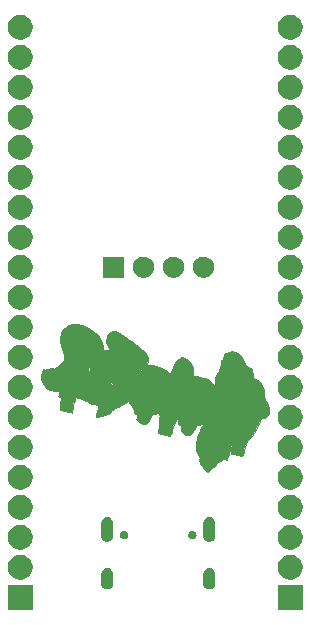
<source format=gbr>
G04 #@! TF.GenerationSoftware,KiCad,Pcbnew,5.1.5+dfsg1-2build2*
G04 #@! TF.CreationDate,2020-09-11T18:15:35+01:00*
G04 #@! TF.ProjectId,lhc_tijolo32_board,6c68635f-7469-46a6-9f6c-6f33325f626f,rev?*
G04 #@! TF.SameCoordinates,Original*
G04 #@! TF.FileFunction,Soldermask,Bot*
G04 #@! TF.FilePolarity,Negative*
%FSLAX46Y46*%
G04 Gerber Fmt 4.6, Leading zero omitted, Abs format (unit mm)*
G04 Created by KiCad (PCBNEW 5.1.5+dfsg1-2build2) date 2020-09-11 18:15:35*
%MOMM*%
%LPD*%
G04 APERTURE LIST*
%ADD10C,0.010000*%
%ADD11C,0.100000*%
G04 APERTURE END LIST*
D10*
G36*
X116120653Y-95329671D02*
G01*
X115985333Y-95380743D01*
X115759145Y-95529519D01*
X115585278Y-95750372D01*
X115466618Y-96037359D01*
X115406052Y-96384535D01*
X115398484Y-96589273D01*
X115414473Y-96783659D01*
X115456547Y-97035245D01*
X115518086Y-97314850D01*
X115592471Y-97593293D01*
X115673084Y-97841393D01*
X115696446Y-97902903D01*
X115732896Y-98038971D01*
X115740919Y-98152163D01*
X115700833Y-98252749D01*
X115603754Y-98391668D01*
X115465744Y-98550733D01*
X115302862Y-98711758D01*
X115131169Y-98856557D01*
X115095042Y-98883532D01*
X114974355Y-98967114D01*
X114891338Y-99002571D01*
X114810155Y-98997707D01*
X114713088Y-98966738D01*
X114591185Y-98930565D01*
X114525714Y-98933936D01*
X114497232Y-98962591D01*
X114410267Y-99035432D01*
X114275637Y-99084172D01*
X114137185Y-99097248D01*
X114059576Y-99077999D01*
X113992232Y-99052186D01*
X113942160Y-99068398D01*
X113899847Y-99140028D01*
X113855781Y-99280468D01*
X113822474Y-99411786D01*
X113783130Y-99594553D01*
X113771737Y-99730618D01*
X113787282Y-99860983D01*
X113809059Y-99953305D01*
X113900088Y-100193353D01*
X114038559Y-100425729D01*
X114206068Y-100626283D01*
X114384213Y-100770864D01*
X114462740Y-100811146D01*
X114550994Y-100832435D01*
X114701856Y-100855035D01*
X114885739Y-100874663D01*
X114923455Y-100877821D01*
X115116031Y-100895441D01*
X115231154Y-100921466D01*
X115283404Y-100972121D01*
X115287358Y-101063634D01*
X115257595Y-101212229D01*
X115250746Y-101242091D01*
X115236454Y-101350016D01*
X115263186Y-101391039D01*
X115277695Y-101392889D01*
X115361976Y-101404170D01*
X115412755Y-101445958D01*
X115434190Y-101533709D01*
X115430434Y-101682877D01*
X115409069Y-101881469D01*
X115383835Y-102078177D01*
X115360255Y-102249010D01*
X115342203Y-102366365D01*
X115337543Y-102391454D01*
X115335509Y-102435908D01*
X115360459Y-102471862D01*
X115426931Y-102506011D01*
X115549465Y-102545053D01*
X115742599Y-102595683D01*
X115826352Y-102616584D01*
X116029609Y-102665286D01*
X116196995Y-102702132D01*
X116310095Y-102723287D01*
X116350307Y-102725675D01*
X116365852Y-102676932D01*
X116398554Y-102555103D01*
X116444076Y-102376931D01*
X116498086Y-102159157D01*
X116516194Y-102084909D01*
X116573546Y-101855799D01*
X116626030Y-101658923D01*
X116668741Y-101511781D01*
X116696772Y-101431874D01*
X116701548Y-101423670D01*
X116762325Y-101421409D01*
X116896641Y-101460668D01*
X117097042Y-101538567D01*
X117356074Y-101652225D01*
X117642990Y-101787460D01*
X117860313Y-101880230D01*
X118105982Y-101966772D01*
X118294929Y-102020189D01*
X118473654Y-102067297D01*
X118575146Y-102108443D01*
X118613647Y-102150437D01*
X118613971Y-102172721D01*
X118597780Y-102248250D01*
X118566615Y-102389724D01*
X118525815Y-102572985D01*
X118502098Y-102678853D01*
X118462410Y-102866422D01*
X118435019Y-103017451D01*
X118423421Y-103111312D01*
X118425357Y-103131478D01*
X118478351Y-103130018D01*
X118598327Y-103104210D01*
X118765093Y-103060228D01*
X118958455Y-103004247D01*
X119158222Y-102942443D01*
X119344200Y-102880990D01*
X119496198Y-102826064D01*
X119594022Y-102783838D01*
X119618748Y-102766535D01*
X119652130Y-102669948D01*
X119656384Y-102627546D01*
X119691021Y-102559227D01*
X119729916Y-102546728D01*
X119806079Y-102515971D01*
X119908447Y-102439046D01*
X119942793Y-102406676D01*
X120069957Y-102308006D01*
X120166264Y-102293100D01*
X120250900Y-102291128D01*
X120282571Y-102266359D01*
X120340377Y-102219780D01*
X120455495Y-102154825D01*
X120562511Y-102103885D01*
X120743740Y-102013341D01*
X120926405Y-101906124D01*
X121003682Y-101854008D01*
X121197801Y-101713389D01*
X121258774Y-101858401D01*
X121321711Y-101979539D01*
X121415819Y-102130363D01*
X121476479Y-102217343D01*
X121573424Y-102366778D01*
X121617638Y-102491671D01*
X121623664Y-102624037D01*
X121622860Y-102746906D01*
X121649667Y-102807810D01*
X121723559Y-102836788D01*
X121767263Y-102845532D01*
X121862622Y-102868719D01*
X121902174Y-102909576D01*
X121902560Y-102997539D01*
X121893264Y-103068404D01*
X121872715Y-103201932D01*
X121854507Y-103298617D01*
X121850361Y-103314971D01*
X121872305Y-103379614D01*
X121949044Y-103471597D01*
X122057857Y-103568039D01*
X122176022Y-103646059D01*
X122182510Y-103649448D01*
X122364167Y-103697100D01*
X122566673Y-103680596D01*
X122728182Y-103615080D01*
X122833812Y-103527256D01*
X122930433Y-103393318D01*
X123029163Y-103195943D01*
X123088565Y-103053636D01*
X123138439Y-102954788D01*
X123208258Y-102893218D01*
X123327267Y-102847888D01*
X123402639Y-102827694D01*
X123550873Y-102788989D01*
X123665436Y-102757097D01*
X123706729Y-102744108D01*
X123752791Y-102766916D01*
X123785598Y-102857805D01*
X123801891Y-102993036D01*
X123798412Y-103148868D01*
X123779232Y-103272284D01*
X123757487Y-103437908D01*
X123761288Y-103596981D01*
X123767388Y-103632508D01*
X123776914Y-103794329D01*
X123750516Y-104006928D01*
X123736400Y-104073651D01*
X123703751Y-104235077D01*
X123685321Y-104367115D01*
X123684373Y-104432126D01*
X123722776Y-104475772D01*
X123827402Y-104517394D01*
X124008892Y-104560673D01*
X124113822Y-104580822D01*
X124307131Y-104618246D01*
X124471358Y-104653786D01*
X124581098Y-104681790D01*
X124605507Y-104690237D01*
X124649574Y-104691750D01*
X124694275Y-104646141D01*
X124748626Y-104539646D01*
X124820090Y-104362546D01*
X124899257Y-104145351D01*
X124976767Y-103915256D01*
X125036544Y-103720099D01*
X125039152Y-103710772D01*
X125106070Y-103525732D01*
X125186315Y-103387988D01*
X125268947Y-103311992D01*
X125341580Y-103311277D01*
X125360596Y-103366528D01*
X125367135Y-103480151D01*
X125365341Y-103536658D01*
X125362592Y-103663624D01*
X125385140Y-103727540D01*
X125450701Y-103757406D01*
X125507288Y-103769036D01*
X125596760Y-103790766D01*
X125642362Y-103828084D01*
X125651470Y-103903272D01*
X125631459Y-104038609D01*
X125618700Y-104105560D01*
X125600810Y-104224935D01*
X125614674Y-104305814D01*
X125674268Y-104383748D01*
X125759389Y-104463469D01*
X125883705Y-104563441D01*
X125995257Y-104611107D01*
X126140930Y-104624681D01*
X126174953Y-104624909D01*
X126327098Y-104617083D01*
X126430411Y-104581708D01*
X126527913Y-104500935D01*
X126564055Y-104463494D01*
X126671946Y-104320716D01*
X126770864Y-104143943D01*
X126805379Y-104063254D01*
X126863144Y-103923302D01*
X126922195Y-103843516D01*
X127011839Y-103796054D01*
X127120416Y-103763944D01*
X127277436Y-103721664D01*
X127414592Y-103684326D01*
X127458443Y-103672218D01*
X127570522Y-103640977D01*
X127475784Y-103775034D01*
X127332341Y-104010208D01*
X127188636Y-104301525D01*
X127060176Y-104614120D01*
X126962465Y-104913129D01*
X126951734Y-104953429D01*
X126879174Y-105324871D01*
X126869726Y-105648080D01*
X126925121Y-105943837D01*
X127047092Y-106232927D01*
X127060400Y-106257522D01*
X127147042Y-106424086D01*
X127190898Y-106539260D01*
X127199299Y-106629235D01*
X127184918Y-106702426D01*
X127168386Y-106807190D01*
X127192792Y-106908853D01*
X127267079Y-107044339D01*
X127268155Y-107046072D01*
X127351003Y-107169816D01*
X127458410Y-107317445D01*
X127574883Y-107469270D01*
X127684931Y-107605604D01*
X127773062Y-107706758D01*
X127823782Y-107753042D01*
X127824758Y-107753453D01*
X127871586Y-107731600D01*
X127971925Y-107663611D01*
X128107898Y-107561959D01*
X128177637Y-107507213D01*
X128353206Y-107354971D01*
X128481791Y-107218176D01*
X128547818Y-107113426D01*
X128548250Y-107112191D01*
X128630547Y-106986696D01*
X128787703Y-106888669D01*
X128943057Y-106809791D01*
X129087889Y-106721818D01*
X129115898Y-106702048D01*
X129211214Y-106638575D01*
X129277214Y-106629179D01*
X129356498Y-106669979D01*
X129370171Y-106678879D01*
X129488361Y-106756320D01*
X129538606Y-106556524D01*
X129586600Y-106400174D01*
X129643245Y-106260609D01*
X129657150Y-106233535D01*
X129704305Y-106111352D01*
X129742035Y-105949943D01*
X129751161Y-105887172D01*
X129777632Y-105681551D01*
X129803006Y-105552080D01*
X129832295Y-105482748D01*
X129870512Y-105457544D01*
X129886089Y-105456182D01*
X129932275Y-105485165D01*
X129930348Y-105581520D01*
X129930046Y-105583182D01*
X129884548Y-105835526D01*
X129855196Y-106009863D01*
X129840159Y-106118785D01*
X129837607Y-106174881D01*
X129841957Y-106189169D01*
X129894128Y-106207182D01*
X130013008Y-106236435D01*
X130174372Y-106271970D01*
X130353996Y-106308833D01*
X130527657Y-106342067D01*
X130671129Y-106366717D01*
X130760189Y-106377826D01*
X130764963Y-106377998D01*
X130808395Y-106367898D01*
X130846363Y-106326027D01*
X130885252Y-106237853D01*
X130931446Y-106088841D01*
X130991331Y-105864456D01*
X130992410Y-105860273D01*
X131049980Y-105637485D01*
X131102972Y-105433349D01*
X131144880Y-105272876D01*
X131166598Y-105190711D01*
X131248877Y-105041442D01*
X131337578Y-104973090D01*
X131466280Y-104873152D01*
X131615543Y-104703802D01*
X131774686Y-104482550D01*
X131933029Y-104226903D01*
X132079889Y-103954368D01*
X132204586Y-103682454D01*
X132296438Y-103428669D01*
X132311062Y-103377435D01*
X132354599Y-103253871D01*
X132401842Y-103208812D01*
X132433554Y-103212732D01*
X132536627Y-103211876D01*
X132676982Y-103162067D01*
X132825370Y-103078424D01*
X132952545Y-102976066D01*
X133001543Y-102919122D01*
X133061330Y-102818320D01*
X133089227Y-102711593D01*
X133092273Y-102563503D01*
X133088046Y-102483737D01*
X133068930Y-102309955D01*
X133027857Y-102168932D01*
X132950380Y-102020885D01*
X132880522Y-101912304D01*
X132792971Y-101776918D01*
X132736494Y-101668645D01*
X132702916Y-101558948D01*
X132684064Y-101419293D01*
X132671765Y-101221143D01*
X132669554Y-101175777D01*
X132621582Y-100779100D01*
X132517616Y-100453336D01*
X132355040Y-100194021D01*
X132131237Y-99996691D01*
X131911649Y-99882592D01*
X131786764Y-99825130D01*
X131730560Y-99773174D01*
X131723289Y-99705562D01*
X131726682Y-99684385D01*
X131725663Y-99572902D01*
X131697148Y-99423083D01*
X131649741Y-99260213D01*
X131592048Y-99109581D01*
X131532675Y-98996472D01*
X131480228Y-98946176D01*
X131475249Y-98945564D01*
X131391599Y-98912713D01*
X131313721Y-98847454D01*
X131202586Y-98750319D01*
X131104973Y-98687852D01*
X131009556Y-98605806D01*
X130959375Y-98468331D01*
X130954921Y-98442913D01*
X130902463Y-98292065D01*
X130799385Y-98112037D01*
X130666464Y-97932242D01*
X130524480Y-97782094D01*
X130442774Y-97717941D01*
X130334917Y-97666398D01*
X130177907Y-97612671D01*
X130066140Y-97582928D01*
X129911577Y-97550756D01*
X129813493Y-97545511D01*
X129739463Y-97569076D01*
X129682430Y-97605238D01*
X129552977Y-97670816D01*
X129400170Y-97716648D01*
X129389571Y-97718567D01*
X129277832Y-97744292D01*
X129236364Y-97783325D01*
X129243446Y-97857223D01*
X129244711Y-97862326D01*
X129248620Y-97980280D01*
X129217186Y-98106574D01*
X129163035Y-98208099D01*
X129098792Y-98251745D01*
X129096188Y-98251818D01*
X129047560Y-98290891D01*
X129036351Y-98355728D01*
X129019936Y-98519583D01*
X128968903Y-98737498D01*
X128892803Y-98982412D01*
X128801184Y-99227267D01*
X128703598Y-99445004D01*
X128609596Y-99608563D01*
X128580917Y-99646121D01*
X128526069Y-99759364D01*
X128488209Y-99929288D01*
X128470452Y-100121256D01*
X128475913Y-100300634D01*
X128507707Y-100432785D01*
X128509793Y-100437040D01*
X128557645Y-100557669D01*
X128556092Y-100615517D01*
X128514242Y-100601642D01*
X128441200Y-100507106D01*
X128440151Y-100505413D01*
X128317766Y-100344265D01*
X128150596Y-100170476D01*
X127969671Y-100013358D01*
X127806019Y-99902221D01*
X127795989Y-99896908D01*
X127643378Y-99832929D01*
X127438916Y-99766517D01*
X127215092Y-99706228D01*
X127187945Y-99700351D01*
X120474472Y-99700351D01*
X120455406Y-99740819D01*
X120385250Y-99826403D01*
X120280970Y-99939775D01*
X120159533Y-100063603D01*
X120037905Y-100180558D01*
X119933052Y-100273312D01*
X119864909Y-100322968D01*
X119761558Y-100365992D01*
X119693557Y-100349974D01*
X119646330Y-100263376D01*
X119610851Y-100121902D01*
X119581084Y-99949901D01*
X119572130Y-99835075D01*
X119581223Y-99785314D01*
X119605597Y-99808508D01*
X119642484Y-99912547D01*
X119660535Y-99980211D01*
X119703410Y-100126555D01*
X119745872Y-100230814D01*
X119773815Y-100266807D01*
X119821541Y-100239038D01*
X119906213Y-100153808D01*
X120010767Y-100028579D01*
X120026546Y-100008163D01*
X120164585Y-99849757D01*
X120295054Y-99739256D01*
X120403546Y-99686560D01*
X120474472Y-99700351D01*
X127187945Y-99700351D01*
X127004395Y-99660616D01*
X126839315Y-99638237D01*
X126809974Y-99637273D01*
X126641182Y-99637273D01*
X126646742Y-99568000D01*
X119564728Y-99568000D01*
X119541637Y-99591091D01*
X119518546Y-99568000D01*
X117951406Y-99568000D01*
X117818821Y-99267818D01*
X117755825Y-99115218D01*
X117714781Y-98996046D01*
X117703963Y-98934555D01*
X117704571Y-98933000D01*
X117760177Y-98904065D01*
X117812027Y-98898364D01*
X117885471Y-98930975D01*
X117902256Y-99002273D01*
X117907663Y-99109740D01*
X117920078Y-99262470D01*
X117927385Y-99337091D01*
X117951406Y-99568000D01*
X119518546Y-99568000D01*
X119541637Y-99544909D01*
X119564728Y-99568000D01*
X126646742Y-99568000D01*
X126664711Y-99344147D01*
X126671932Y-99158985D01*
X126652550Y-99011216D01*
X126597978Y-98852441D01*
X126563290Y-98772596D01*
X126390980Y-98473878D01*
X126178902Y-98253845D01*
X125930830Y-98116133D01*
X125858497Y-98093622D01*
X125717240Y-98060651D01*
X125620260Y-98060022D01*
X125524036Y-98098373D01*
X125420092Y-98160502D01*
X125331050Y-98222235D01*
X125254019Y-98294709D01*
X125180940Y-98391330D01*
X125103756Y-98525504D01*
X125014407Y-98710640D01*
X124904836Y-98960142D01*
X124822568Y-99154570D01*
X124678680Y-99497354D01*
X124404126Y-99243166D01*
X124253810Y-99113285D01*
X124229452Y-99094844D01*
X122281283Y-99094844D01*
X122241648Y-99178491D01*
X122188383Y-99255459D01*
X122161189Y-99255216D01*
X122173091Y-99178347D01*
X122174000Y-99175455D01*
X122178417Y-99101081D01*
X122154021Y-99083091D01*
X122106656Y-99052806D01*
X122104728Y-99041233D01*
X122141506Y-99017477D01*
X122197091Y-99023528D01*
X122271488Y-99050323D01*
X122281283Y-99094844D01*
X124229452Y-99094844D01*
X124108415Y-99003210D01*
X123996001Y-98933937D01*
X123983059Y-98928088D01*
X123766133Y-98852927D01*
X123516208Y-98789264D01*
X123265814Y-98743462D01*
X123047480Y-98721885D01*
X122938765Y-98723807D01*
X122715903Y-98745221D01*
X122775304Y-98602429D01*
X122840453Y-98396146D01*
X122848087Y-98207007D01*
X122794297Y-98011749D01*
X122675174Y-97787109D01*
X122625182Y-97709099D01*
X122557606Y-97618308D01*
X122467120Y-97520301D01*
X122344003Y-97406826D01*
X122178534Y-97269634D01*
X121960990Y-97100475D01*
X121681650Y-96891099D01*
X121525965Y-96776244D01*
X121143737Y-96497836D01*
X120825284Y-96273057D01*
X120562064Y-96098083D01*
X120345531Y-95969090D01*
X120167142Y-95882254D01*
X120018352Y-95833753D01*
X119890617Y-95819762D01*
X119775392Y-95836458D01*
X119664132Y-95880018D01*
X119600543Y-95914621D01*
X119496107Y-95980608D01*
X119428485Y-96045630D01*
X119381933Y-96135481D01*
X119340709Y-96275952D01*
X119315007Y-96382415D01*
X119274558Y-96569268D01*
X119259681Y-96689104D01*
X119269192Y-96763310D01*
X119291738Y-96802033D01*
X119329771Y-96866573D01*
X119387914Y-96984052D01*
X119453246Y-97125826D01*
X119512851Y-97263254D01*
X119553808Y-97367694D01*
X119564514Y-97406811D01*
X119522720Y-97410619D01*
X119414024Y-97410997D01*
X119292255Y-97408615D01*
X119019782Y-97401062D01*
X119019782Y-97251898D01*
X119004989Y-97121261D01*
X118967234Y-96952792D01*
X118938961Y-96857548D01*
X118781940Y-96511616D01*
X118555687Y-96194625D01*
X118273144Y-95913048D01*
X117947256Y-95673355D01*
X117590965Y-95482018D01*
X117217216Y-95345510D01*
X116838952Y-95270301D01*
X116469116Y-95262865D01*
X116120653Y-95329671D01*
G37*
X116120653Y-95329671D02*
X115985333Y-95380743D01*
X115759145Y-95529519D01*
X115585278Y-95750372D01*
X115466618Y-96037359D01*
X115406052Y-96384535D01*
X115398484Y-96589273D01*
X115414473Y-96783659D01*
X115456547Y-97035245D01*
X115518086Y-97314850D01*
X115592471Y-97593293D01*
X115673084Y-97841393D01*
X115696446Y-97902903D01*
X115732896Y-98038971D01*
X115740919Y-98152163D01*
X115700833Y-98252749D01*
X115603754Y-98391668D01*
X115465744Y-98550733D01*
X115302862Y-98711758D01*
X115131169Y-98856557D01*
X115095042Y-98883532D01*
X114974355Y-98967114D01*
X114891338Y-99002571D01*
X114810155Y-98997707D01*
X114713088Y-98966738D01*
X114591185Y-98930565D01*
X114525714Y-98933936D01*
X114497232Y-98962591D01*
X114410267Y-99035432D01*
X114275637Y-99084172D01*
X114137185Y-99097248D01*
X114059576Y-99077999D01*
X113992232Y-99052186D01*
X113942160Y-99068398D01*
X113899847Y-99140028D01*
X113855781Y-99280468D01*
X113822474Y-99411786D01*
X113783130Y-99594553D01*
X113771737Y-99730618D01*
X113787282Y-99860983D01*
X113809059Y-99953305D01*
X113900088Y-100193353D01*
X114038559Y-100425729D01*
X114206068Y-100626283D01*
X114384213Y-100770864D01*
X114462740Y-100811146D01*
X114550994Y-100832435D01*
X114701856Y-100855035D01*
X114885739Y-100874663D01*
X114923455Y-100877821D01*
X115116031Y-100895441D01*
X115231154Y-100921466D01*
X115283404Y-100972121D01*
X115287358Y-101063634D01*
X115257595Y-101212229D01*
X115250746Y-101242091D01*
X115236454Y-101350016D01*
X115263186Y-101391039D01*
X115277695Y-101392889D01*
X115361976Y-101404170D01*
X115412755Y-101445958D01*
X115434190Y-101533709D01*
X115430434Y-101682877D01*
X115409069Y-101881469D01*
X115383835Y-102078177D01*
X115360255Y-102249010D01*
X115342203Y-102366365D01*
X115337543Y-102391454D01*
X115335509Y-102435908D01*
X115360459Y-102471862D01*
X115426931Y-102506011D01*
X115549465Y-102545053D01*
X115742599Y-102595683D01*
X115826352Y-102616584D01*
X116029609Y-102665286D01*
X116196995Y-102702132D01*
X116310095Y-102723287D01*
X116350307Y-102725675D01*
X116365852Y-102676932D01*
X116398554Y-102555103D01*
X116444076Y-102376931D01*
X116498086Y-102159157D01*
X116516194Y-102084909D01*
X116573546Y-101855799D01*
X116626030Y-101658923D01*
X116668741Y-101511781D01*
X116696772Y-101431874D01*
X116701548Y-101423670D01*
X116762325Y-101421409D01*
X116896641Y-101460668D01*
X117097042Y-101538567D01*
X117356074Y-101652225D01*
X117642990Y-101787460D01*
X117860313Y-101880230D01*
X118105982Y-101966772D01*
X118294929Y-102020189D01*
X118473654Y-102067297D01*
X118575146Y-102108443D01*
X118613647Y-102150437D01*
X118613971Y-102172721D01*
X118597780Y-102248250D01*
X118566615Y-102389724D01*
X118525815Y-102572985D01*
X118502098Y-102678853D01*
X118462410Y-102866422D01*
X118435019Y-103017451D01*
X118423421Y-103111312D01*
X118425357Y-103131478D01*
X118478351Y-103130018D01*
X118598327Y-103104210D01*
X118765093Y-103060228D01*
X118958455Y-103004247D01*
X119158222Y-102942443D01*
X119344200Y-102880990D01*
X119496198Y-102826064D01*
X119594022Y-102783838D01*
X119618748Y-102766535D01*
X119652130Y-102669948D01*
X119656384Y-102627546D01*
X119691021Y-102559227D01*
X119729916Y-102546728D01*
X119806079Y-102515971D01*
X119908447Y-102439046D01*
X119942793Y-102406676D01*
X120069957Y-102308006D01*
X120166264Y-102293100D01*
X120250900Y-102291128D01*
X120282571Y-102266359D01*
X120340377Y-102219780D01*
X120455495Y-102154825D01*
X120562511Y-102103885D01*
X120743740Y-102013341D01*
X120926405Y-101906124D01*
X121003682Y-101854008D01*
X121197801Y-101713389D01*
X121258774Y-101858401D01*
X121321711Y-101979539D01*
X121415819Y-102130363D01*
X121476479Y-102217343D01*
X121573424Y-102366778D01*
X121617638Y-102491671D01*
X121623664Y-102624037D01*
X121622860Y-102746906D01*
X121649667Y-102807810D01*
X121723559Y-102836788D01*
X121767263Y-102845532D01*
X121862622Y-102868719D01*
X121902174Y-102909576D01*
X121902560Y-102997539D01*
X121893264Y-103068404D01*
X121872715Y-103201932D01*
X121854507Y-103298617D01*
X121850361Y-103314971D01*
X121872305Y-103379614D01*
X121949044Y-103471597D01*
X122057857Y-103568039D01*
X122176022Y-103646059D01*
X122182510Y-103649448D01*
X122364167Y-103697100D01*
X122566673Y-103680596D01*
X122728182Y-103615080D01*
X122833812Y-103527256D01*
X122930433Y-103393318D01*
X123029163Y-103195943D01*
X123088565Y-103053636D01*
X123138439Y-102954788D01*
X123208258Y-102893218D01*
X123327267Y-102847888D01*
X123402639Y-102827694D01*
X123550873Y-102788989D01*
X123665436Y-102757097D01*
X123706729Y-102744108D01*
X123752791Y-102766916D01*
X123785598Y-102857805D01*
X123801891Y-102993036D01*
X123798412Y-103148868D01*
X123779232Y-103272284D01*
X123757487Y-103437908D01*
X123761288Y-103596981D01*
X123767388Y-103632508D01*
X123776914Y-103794329D01*
X123750516Y-104006928D01*
X123736400Y-104073651D01*
X123703751Y-104235077D01*
X123685321Y-104367115D01*
X123684373Y-104432126D01*
X123722776Y-104475772D01*
X123827402Y-104517394D01*
X124008892Y-104560673D01*
X124113822Y-104580822D01*
X124307131Y-104618246D01*
X124471358Y-104653786D01*
X124581098Y-104681790D01*
X124605507Y-104690237D01*
X124649574Y-104691750D01*
X124694275Y-104646141D01*
X124748626Y-104539646D01*
X124820090Y-104362546D01*
X124899257Y-104145351D01*
X124976767Y-103915256D01*
X125036544Y-103720099D01*
X125039152Y-103710772D01*
X125106070Y-103525732D01*
X125186315Y-103387988D01*
X125268947Y-103311992D01*
X125341580Y-103311277D01*
X125360596Y-103366528D01*
X125367135Y-103480151D01*
X125365341Y-103536658D01*
X125362592Y-103663624D01*
X125385140Y-103727540D01*
X125450701Y-103757406D01*
X125507288Y-103769036D01*
X125596760Y-103790766D01*
X125642362Y-103828084D01*
X125651470Y-103903272D01*
X125631459Y-104038609D01*
X125618700Y-104105560D01*
X125600810Y-104224935D01*
X125614674Y-104305814D01*
X125674268Y-104383748D01*
X125759389Y-104463469D01*
X125883705Y-104563441D01*
X125995257Y-104611107D01*
X126140930Y-104624681D01*
X126174953Y-104624909D01*
X126327098Y-104617083D01*
X126430411Y-104581708D01*
X126527913Y-104500935D01*
X126564055Y-104463494D01*
X126671946Y-104320716D01*
X126770864Y-104143943D01*
X126805379Y-104063254D01*
X126863144Y-103923302D01*
X126922195Y-103843516D01*
X127011839Y-103796054D01*
X127120416Y-103763944D01*
X127277436Y-103721664D01*
X127414592Y-103684326D01*
X127458443Y-103672218D01*
X127570522Y-103640977D01*
X127475784Y-103775034D01*
X127332341Y-104010208D01*
X127188636Y-104301525D01*
X127060176Y-104614120D01*
X126962465Y-104913129D01*
X126951734Y-104953429D01*
X126879174Y-105324871D01*
X126869726Y-105648080D01*
X126925121Y-105943837D01*
X127047092Y-106232927D01*
X127060400Y-106257522D01*
X127147042Y-106424086D01*
X127190898Y-106539260D01*
X127199299Y-106629235D01*
X127184918Y-106702426D01*
X127168386Y-106807190D01*
X127192792Y-106908853D01*
X127267079Y-107044339D01*
X127268155Y-107046072D01*
X127351003Y-107169816D01*
X127458410Y-107317445D01*
X127574883Y-107469270D01*
X127684931Y-107605604D01*
X127773062Y-107706758D01*
X127823782Y-107753042D01*
X127824758Y-107753453D01*
X127871586Y-107731600D01*
X127971925Y-107663611D01*
X128107898Y-107561959D01*
X128177637Y-107507213D01*
X128353206Y-107354971D01*
X128481791Y-107218176D01*
X128547818Y-107113426D01*
X128548250Y-107112191D01*
X128630547Y-106986696D01*
X128787703Y-106888669D01*
X128943057Y-106809791D01*
X129087889Y-106721818D01*
X129115898Y-106702048D01*
X129211214Y-106638575D01*
X129277214Y-106629179D01*
X129356498Y-106669979D01*
X129370171Y-106678879D01*
X129488361Y-106756320D01*
X129538606Y-106556524D01*
X129586600Y-106400174D01*
X129643245Y-106260609D01*
X129657150Y-106233535D01*
X129704305Y-106111352D01*
X129742035Y-105949943D01*
X129751161Y-105887172D01*
X129777632Y-105681551D01*
X129803006Y-105552080D01*
X129832295Y-105482748D01*
X129870512Y-105457544D01*
X129886089Y-105456182D01*
X129932275Y-105485165D01*
X129930348Y-105581520D01*
X129930046Y-105583182D01*
X129884548Y-105835526D01*
X129855196Y-106009863D01*
X129840159Y-106118785D01*
X129837607Y-106174881D01*
X129841957Y-106189169D01*
X129894128Y-106207182D01*
X130013008Y-106236435D01*
X130174372Y-106271970D01*
X130353996Y-106308833D01*
X130527657Y-106342067D01*
X130671129Y-106366717D01*
X130760189Y-106377826D01*
X130764963Y-106377998D01*
X130808395Y-106367898D01*
X130846363Y-106326027D01*
X130885252Y-106237853D01*
X130931446Y-106088841D01*
X130991331Y-105864456D01*
X130992410Y-105860273D01*
X131049980Y-105637485D01*
X131102972Y-105433349D01*
X131144880Y-105272876D01*
X131166598Y-105190711D01*
X131248877Y-105041442D01*
X131337578Y-104973090D01*
X131466280Y-104873152D01*
X131615543Y-104703802D01*
X131774686Y-104482550D01*
X131933029Y-104226903D01*
X132079889Y-103954368D01*
X132204586Y-103682454D01*
X132296438Y-103428669D01*
X132311062Y-103377435D01*
X132354599Y-103253871D01*
X132401842Y-103208812D01*
X132433554Y-103212732D01*
X132536627Y-103211876D01*
X132676982Y-103162067D01*
X132825370Y-103078424D01*
X132952545Y-102976066D01*
X133001543Y-102919122D01*
X133061330Y-102818320D01*
X133089227Y-102711593D01*
X133092273Y-102563503D01*
X133088046Y-102483737D01*
X133068930Y-102309955D01*
X133027857Y-102168932D01*
X132950380Y-102020885D01*
X132880522Y-101912304D01*
X132792971Y-101776918D01*
X132736494Y-101668645D01*
X132702916Y-101558948D01*
X132684064Y-101419293D01*
X132671765Y-101221143D01*
X132669554Y-101175777D01*
X132621582Y-100779100D01*
X132517616Y-100453336D01*
X132355040Y-100194021D01*
X132131237Y-99996691D01*
X131911649Y-99882592D01*
X131786764Y-99825130D01*
X131730560Y-99773174D01*
X131723289Y-99705562D01*
X131726682Y-99684385D01*
X131725663Y-99572902D01*
X131697148Y-99423083D01*
X131649741Y-99260213D01*
X131592048Y-99109581D01*
X131532675Y-98996472D01*
X131480228Y-98946176D01*
X131475249Y-98945564D01*
X131391599Y-98912713D01*
X131313721Y-98847454D01*
X131202586Y-98750319D01*
X131104973Y-98687852D01*
X131009556Y-98605806D01*
X130959375Y-98468331D01*
X130954921Y-98442913D01*
X130902463Y-98292065D01*
X130799385Y-98112037D01*
X130666464Y-97932242D01*
X130524480Y-97782094D01*
X130442774Y-97717941D01*
X130334917Y-97666398D01*
X130177907Y-97612671D01*
X130066140Y-97582928D01*
X129911577Y-97550756D01*
X129813493Y-97545511D01*
X129739463Y-97569076D01*
X129682430Y-97605238D01*
X129552977Y-97670816D01*
X129400170Y-97716648D01*
X129389571Y-97718567D01*
X129277832Y-97744292D01*
X129236364Y-97783325D01*
X129243446Y-97857223D01*
X129244711Y-97862326D01*
X129248620Y-97980280D01*
X129217186Y-98106574D01*
X129163035Y-98208099D01*
X129098792Y-98251745D01*
X129096188Y-98251818D01*
X129047560Y-98290891D01*
X129036351Y-98355728D01*
X129019936Y-98519583D01*
X128968903Y-98737498D01*
X128892803Y-98982412D01*
X128801184Y-99227267D01*
X128703598Y-99445004D01*
X128609596Y-99608563D01*
X128580917Y-99646121D01*
X128526069Y-99759364D01*
X128488209Y-99929288D01*
X128470452Y-100121256D01*
X128475913Y-100300634D01*
X128507707Y-100432785D01*
X128509793Y-100437040D01*
X128557645Y-100557669D01*
X128556092Y-100615517D01*
X128514242Y-100601642D01*
X128441200Y-100507106D01*
X128440151Y-100505413D01*
X128317766Y-100344265D01*
X128150596Y-100170476D01*
X127969671Y-100013358D01*
X127806019Y-99902221D01*
X127795989Y-99896908D01*
X127643378Y-99832929D01*
X127438916Y-99766517D01*
X127215092Y-99706228D01*
X127187945Y-99700351D01*
X120474472Y-99700351D01*
X120455406Y-99740819D01*
X120385250Y-99826403D01*
X120280970Y-99939775D01*
X120159533Y-100063603D01*
X120037905Y-100180558D01*
X119933052Y-100273312D01*
X119864909Y-100322968D01*
X119761558Y-100365992D01*
X119693557Y-100349974D01*
X119646330Y-100263376D01*
X119610851Y-100121902D01*
X119581084Y-99949901D01*
X119572130Y-99835075D01*
X119581223Y-99785314D01*
X119605597Y-99808508D01*
X119642484Y-99912547D01*
X119660535Y-99980211D01*
X119703410Y-100126555D01*
X119745872Y-100230814D01*
X119773815Y-100266807D01*
X119821541Y-100239038D01*
X119906213Y-100153808D01*
X120010767Y-100028579D01*
X120026546Y-100008163D01*
X120164585Y-99849757D01*
X120295054Y-99739256D01*
X120403546Y-99686560D01*
X120474472Y-99700351D01*
X127187945Y-99700351D01*
X127004395Y-99660616D01*
X126839315Y-99638237D01*
X126809974Y-99637273D01*
X126641182Y-99637273D01*
X126646742Y-99568000D01*
X119564728Y-99568000D01*
X119541637Y-99591091D01*
X119518546Y-99568000D01*
X117951406Y-99568000D01*
X117818821Y-99267818D01*
X117755825Y-99115218D01*
X117714781Y-98996046D01*
X117703963Y-98934555D01*
X117704571Y-98933000D01*
X117760177Y-98904065D01*
X117812027Y-98898364D01*
X117885471Y-98930975D01*
X117902256Y-99002273D01*
X117907663Y-99109740D01*
X117920078Y-99262470D01*
X117927385Y-99337091D01*
X117951406Y-99568000D01*
X119518546Y-99568000D01*
X119541637Y-99544909D01*
X119564728Y-99568000D01*
X126646742Y-99568000D01*
X126664711Y-99344147D01*
X126671932Y-99158985D01*
X126652550Y-99011216D01*
X126597978Y-98852441D01*
X126563290Y-98772596D01*
X126390980Y-98473878D01*
X126178902Y-98253845D01*
X125930830Y-98116133D01*
X125858497Y-98093622D01*
X125717240Y-98060651D01*
X125620260Y-98060022D01*
X125524036Y-98098373D01*
X125420092Y-98160502D01*
X125331050Y-98222235D01*
X125254019Y-98294709D01*
X125180940Y-98391330D01*
X125103756Y-98525504D01*
X125014407Y-98710640D01*
X124904836Y-98960142D01*
X124822568Y-99154570D01*
X124678680Y-99497354D01*
X124404126Y-99243166D01*
X124253810Y-99113285D01*
X124229452Y-99094844D01*
X122281283Y-99094844D01*
X122241648Y-99178491D01*
X122188383Y-99255459D01*
X122161189Y-99255216D01*
X122173091Y-99178347D01*
X122174000Y-99175455D01*
X122178417Y-99101081D01*
X122154021Y-99083091D01*
X122106656Y-99052806D01*
X122104728Y-99041233D01*
X122141506Y-99017477D01*
X122197091Y-99023528D01*
X122271488Y-99050323D01*
X122281283Y-99094844D01*
X124229452Y-99094844D01*
X124108415Y-99003210D01*
X123996001Y-98933937D01*
X123983059Y-98928088D01*
X123766133Y-98852927D01*
X123516208Y-98789264D01*
X123265814Y-98743462D01*
X123047480Y-98721885D01*
X122938765Y-98723807D01*
X122715903Y-98745221D01*
X122775304Y-98602429D01*
X122840453Y-98396146D01*
X122848087Y-98207007D01*
X122794297Y-98011749D01*
X122675174Y-97787109D01*
X122625182Y-97709099D01*
X122557606Y-97618308D01*
X122467120Y-97520301D01*
X122344003Y-97406826D01*
X122178534Y-97269634D01*
X121960990Y-97100475D01*
X121681650Y-96891099D01*
X121525965Y-96776244D01*
X121143737Y-96497836D01*
X120825284Y-96273057D01*
X120562064Y-96098083D01*
X120345531Y-95969090D01*
X120167142Y-95882254D01*
X120018352Y-95833753D01*
X119890617Y-95819762D01*
X119775392Y-95836458D01*
X119664132Y-95880018D01*
X119600543Y-95914621D01*
X119496107Y-95980608D01*
X119428485Y-96045630D01*
X119381933Y-96135481D01*
X119340709Y-96275952D01*
X119315007Y-96382415D01*
X119274558Y-96569268D01*
X119259681Y-96689104D01*
X119269192Y-96763310D01*
X119291738Y-96802033D01*
X119329771Y-96866573D01*
X119387914Y-96984052D01*
X119453246Y-97125826D01*
X119512851Y-97263254D01*
X119553808Y-97367694D01*
X119564514Y-97406811D01*
X119522720Y-97410619D01*
X119414024Y-97410997D01*
X119292255Y-97408615D01*
X119019782Y-97401062D01*
X119019782Y-97251898D01*
X119004989Y-97121261D01*
X118967234Y-96952792D01*
X118938961Y-96857548D01*
X118781940Y-96511616D01*
X118555687Y-96194625D01*
X118273144Y-95913048D01*
X117947256Y-95673355D01*
X117590965Y-95482018D01*
X117217216Y-95345510D01*
X116838952Y-95270301D01*
X116469116Y-95262865D01*
X116120653Y-95329671D01*
D11*
G36*
X135915400Y-119405400D02*
G01*
X133832600Y-119405400D01*
X133832600Y-117322600D01*
X135915400Y-117322600D01*
X135915400Y-119405400D01*
G37*
G36*
X113055400Y-119405400D02*
G01*
X110972600Y-119405400D01*
X110972600Y-117322600D01*
X113055400Y-117322600D01*
X113055400Y-119405400D01*
G37*
G36*
X119476212Y-115900249D02*
G01*
X119570651Y-115928897D01*
X119657687Y-115975418D01*
X119733975Y-116038025D01*
X119796582Y-116114313D01*
X119843103Y-116201348D01*
X119871751Y-116295787D01*
X119879000Y-116369388D01*
X119879000Y-117218612D01*
X119871751Y-117292213D01*
X119843103Y-117386652D01*
X119796582Y-117473687D01*
X119733975Y-117549975D01*
X119657687Y-117612582D01*
X119570652Y-117659103D01*
X119476213Y-117687751D01*
X119378000Y-117697424D01*
X119279788Y-117687751D01*
X119185349Y-117659103D01*
X119098314Y-117612582D01*
X119022026Y-117549975D01*
X118959419Y-117473687D01*
X118912898Y-117386652D01*
X118884250Y-117292213D01*
X118877001Y-117218612D01*
X118877000Y-117218602D01*
X118877000Y-116369389D01*
X118884249Y-116295788D01*
X118912897Y-116201349D01*
X118959418Y-116114313D01*
X119022025Y-116038025D01*
X119098313Y-115975418D01*
X119185348Y-115928897D01*
X119279787Y-115900249D01*
X119378000Y-115890576D01*
X119476212Y-115900249D01*
G37*
G36*
X128116212Y-115900249D02*
G01*
X128210651Y-115928897D01*
X128297687Y-115975418D01*
X128373975Y-116038025D01*
X128436582Y-116114313D01*
X128483103Y-116201348D01*
X128511751Y-116295787D01*
X128519000Y-116369388D01*
X128519000Y-117218612D01*
X128511751Y-117292213D01*
X128483103Y-117386652D01*
X128436582Y-117473687D01*
X128373975Y-117549975D01*
X128297687Y-117612582D01*
X128210652Y-117659103D01*
X128116213Y-117687751D01*
X128018000Y-117697424D01*
X127919788Y-117687751D01*
X127825349Y-117659103D01*
X127738314Y-117612582D01*
X127662026Y-117549975D01*
X127599419Y-117473687D01*
X127552898Y-117386652D01*
X127524250Y-117292213D01*
X127517001Y-117218612D01*
X127517000Y-117218602D01*
X127517000Y-116369389D01*
X127524249Y-116295788D01*
X127552897Y-116201349D01*
X127599418Y-116114313D01*
X127662025Y-116038025D01*
X127738313Y-115975418D01*
X127825348Y-115928897D01*
X127919787Y-115900249D01*
X128018000Y-115890576D01*
X128116212Y-115900249D01*
G37*
G36*
X135177765Y-114822620D02*
G01*
X135367288Y-114901123D01*
X135537854Y-115015092D01*
X135682908Y-115160146D01*
X135682909Y-115160148D01*
X135796878Y-115330714D01*
X135875380Y-115520235D01*
X135915400Y-115721430D01*
X135915400Y-115926570D01*
X135905683Y-115975421D01*
X135875380Y-116127765D01*
X135796877Y-116317288D01*
X135682908Y-116487854D01*
X135537854Y-116632908D01*
X135367288Y-116746877D01*
X135367287Y-116746878D01*
X135367286Y-116746878D01*
X135177765Y-116825380D01*
X134976570Y-116865400D01*
X134771430Y-116865400D01*
X134570235Y-116825380D01*
X134380714Y-116746878D01*
X134380713Y-116746878D01*
X134380712Y-116746877D01*
X134210146Y-116632908D01*
X134065092Y-116487854D01*
X133951123Y-116317288D01*
X133872620Y-116127765D01*
X133842317Y-115975421D01*
X133832600Y-115926570D01*
X133832600Y-115721430D01*
X133872620Y-115520235D01*
X133951122Y-115330714D01*
X134065091Y-115160148D01*
X134065092Y-115160146D01*
X134210146Y-115015092D01*
X134380712Y-114901123D01*
X134570235Y-114822620D01*
X134771430Y-114782600D01*
X134976570Y-114782600D01*
X135177765Y-114822620D01*
G37*
G36*
X112317765Y-114822620D02*
G01*
X112507288Y-114901123D01*
X112677854Y-115015092D01*
X112822908Y-115160146D01*
X112822909Y-115160148D01*
X112936878Y-115330714D01*
X113015380Y-115520235D01*
X113055400Y-115721430D01*
X113055400Y-115926570D01*
X113045683Y-115975421D01*
X113015380Y-116127765D01*
X112936877Y-116317288D01*
X112822908Y-116487854D01*
X112677854Y-116632908D01*
X112507288Y-116746877D01*
X112507287Y-116746878D01*
X112507286Y-116746878D01*
X112317765Y-116825380D01*
X112116570Y-116865400D01*
X111911430Y-116865400D01*
X111710235Y-116825380D01*
X111520714Y-116746878D01*
X111520713Y-116746878D01*
X111520712Y-116746877D01*
X111350146Y-116632908D01*
X111205092Y-116487854D01*
X111091123Y-116317288D01*
X111012620Y-116127765D01*
X110982317Y-115975421D01*
X110972600Y-115926570D01*
X110972600Y-115721430D01*
X111012620Y-115520235D01*
X111091122Y-115330714D01*
X111205091Y-115160148D01*
X111205092Y-115160146D01*
X111350146Y-115015092D01*
X111520712Y-114901123D01*
X111710235Y-114822620D01*
X111911430Y-114782600D01*
X112116570Y-114782600D01*
X112317765Y-114822620D01*
G37*
G36*
X112317765Y-112282620D02*
G01*
X112507288Y-112361123D01*
X112677854Y-112475092D01*
X112822908Y-112620146D01*
X112920692Y-112766490D01*
X112936878Y-112790714D01*
X113015380Y-112980235D01*
X113055400Y-113181430D01*
X113055400Y-113386570D01*
X113015380Y-113587765D01*
X112978243Y-113677423D01*
X112936877Y-113777288D01*
X112822908Y-113947854D01*
X112677854Y-114092908D01*
X112507288Y-114206877D01*
X112507287Y-114206878D01*
X112507286Y-114206878D01*
X112317765Y-114285380D01*
X112116570Y-114325400D01*
X111911430Y-114325400D01*
X111710235Y-114285380D01*
X111520714Y-114206878D01*
X111520713Y-114206878D01*
X111520712Y-114206877D01*
X111350146Y-114092908D01*
X111205092Y-113947854D01*
X111091123Y-113777288D01*
X111049758Y-113677423D01*
X111012620Y-113587765D01*
X110972600Y-113386570D01*
X110972600Y-113181430D01*
X111012620Y-112980235D01*
X111091122Y-112790714D01*
X111107308Y-112766490D01*
X111205092Y-112620146D01*
X111350146Y-112475092D01*
X111520712Y-112361123D01*
X111710235Y-112282620D01*
X111911430Y-112242600D01*
X112116570Y-112242600D01*
X112317765Y-112282620D01*
G37*
G36*
X135177765Y-112282620D02*
G01*
X135367288Y-112361123D01*
X135537854Y-112475092D01*
X135682908Y-112620146D01*
X135780692Y-112766490D01*
X135796878Y-112790714D01*
X135875380Y-112980235D01*
X135915400Y-113181430D01*
X135915400Y-113386570D01*
X135875380Y-113587765D01*
X135838243Y-113677423D01*
X135796877Y-113777288D01*
X135682908Y-113947854D01*
X135537854Y-114092908D01*
X135367288Y-114206877D01*
X135367287Y-114206878D01*
X135367286Y-114206878D01*
X135177765Y-114285380D01*
X134976570Y-114325400D01*
X134771430Y-114325400D01*
X134570235Y-114285380D01*
X134380714Y-114206878D01*
X134380713Y-114206878D01*
X134380712Y-114206877D01*
X134210146Y-114092908D01*
X134065092Y-113947854D01*
X133951123Y-113777288D01*
X133909758Y-113677423D01*
X133872620Y-113587765D01*
X133832600Y-113386570D01*
X133832600Y-113181430D01*
X133872620Y-112980235D01*
X133951122Y-112790714D01*
X133967308Y-112766490D01*
X134065092Y-112620146D01*
X134210146Y-112475092D01*
X134380712Y-112361123D01*
X134570235Y-112282620D01*
X134771430Y-112242600D01*
X134976570Y-112242600D01*
X135177765Y-112282620D01*
G37*
G36*
X128116212Y-111580249D02*
G01*
X128210651Y-111608897D01*
X128297687Y-111655418D01*
X128373975Y-111718025D01*
X128436582Y-111794313D01*
X128483103Y-111881348D01*
X128511751Y-111975787D01*
X128519000Y-112049388D01*
X128519000Y-113198612D01*
X128511751Y-113272213D01*
X128483103Y-113366652D01*
X128436582Y-113453687D01*
X128373975Y-113529975D01*
X128297687Y-113592582D01*
X128210652Y-113639103D01*
X128116213Y-113667751D01*
X128018000Y-113677424D01*
X127919788Y-113667751D01*
X127825349Y-113639103D01*
X127738314Y-113592582D01*
X127662026Y-113529975D01*
X127599419Y-113453687D01*
X127552898Y-113366652D01*
X127524250Y-113272213D01*
X127517001Y-113198612D01*
X127517000Y-112049389D01*
X127524249Y-111975788D01*
X127552897Y-111881349D01*
X127599418Y-111794313D01*
X127662025Y-111718025D01*
X127738313Y-111655418D01*
X127825348Y-111608897D01*
X127919787Y-111580249D01*
X128018000Y-111570576D01*
X128116212Y-111580249D01*
G37*
G36*
X119476212Y-111580249D02*
G01*
X119570651Y-111608897D01*
X119657687Y-111655418D01*
X119733975Y-111718025D01*
X119796582Y-111794313D01*
X119843103Y-111881348D01*
X119871751Y-111975787D01*
X119879000Y-112049388D01*
X119879000Y-113198612D01*
X119871751Y-113272213D01*
X119843103Y-113366652D01*
X119796582Y-113453687D01*
X119733975Y-113529975D01*
X119657687Y-113592582D01*
X119570652Y-113639103D01*
X119476213Y-113667751D01*
X119378000Y-113677424D01*
X119279788Y-113667751D01*
X119185349Y-113639103D01*
X119098314Y-113592582D01*
X119022026Y-113529975D01*
X118959419Y-113453687D01*
X118912898Y-113366652D01*
X118884250Y-113272213D01*
X118877001Y-113198612D01*
X118877000Y-112049389D01*
X118884249Y-111975788D01*
X118912897Y-111881349D01*
X118959418Y-111794313D01*
X119022025Y-111718025D01*
X119098313Y-111655418D01*
X119185348Y-111608897D01*
X119279787Y-111580249D01*
X119378000Y-111570576D01*
X119476212Y-111580249D01*
G37*
G36*
X126690383Y-112766489D02*
G01*
X126690386Y-112766490D01*
X126690385Y-112766490D01*
X126754258Y-112792946D01*
X126811748Y-112831360D01*
X126860640Y-112880252D01*
X126899054Y-112937742D01*
X126916654Y-112980235D01*
X126925511Y-113001617D01*
X126939000Y-113069430D01*
X126939000Y-113138570D01*
X126925511Y-113206383D01*
X126925510Y-113206385D01*
X126899054Y-113270258D01*
X126860640Y-113327748D01*
X126811748Y-113376640D01*
X126754258Y-113415054D01*
X126702182Y-113436624D01*
X126690383Y-113441511D01*
X126622570Y-113455000D01*
X126553430Y-113455000D01*
X126485617Y-113441511D01*
X126473818Y-113436624D01*
X126421742Y-113415054D01*
X126364252Y-113376640D01*
X126315360Y-113327748D01*
X126276946Y-113270258D01*
X126250490Y-113206385D01*
X126250489Y-113206383D01*
X126237000Y-113138570D01*
X126237000Y-113069430D01*
X126250489Y-113001617D01*
X126259346Y-112980235D01*
X126276946Y-112937742D01*
X126315360Y-112880252D01*
X126364252Y-112831360D01*
X126421742Y-112792946D01*
X126485615Y-112766490D01*
X126485614Y-112766490D01*
X126485617Y-112766489D01*
X126553430Y-112753000D01*
X126622570Y-112753000D01*
X126690383Y-112766489D01*
G37*
G36*
X120910383Y-112766489D02*
G01*
X120910386Y-112766490D01*
X120910385Y-112766490D01*
X120974258Y-112792946D01*
X121031748Y-112831360D01*
X121080640Y-112880252D01*
X121119054Y-112937742D01*
X121136654Y-112980235D01*
X121145511Y-113001617D01*
X121159000Y-113069430D01*
X121159000Y-113138570D01*
X121145511Y-113206383D01*
X121145510Y-113206385D01*
X121119054Y-113270258D01*
X121080640Y-113327748D01*
X121031748Y-113376640D01*
X120974258Y-113415054D01*
X120922182Y-113436624D01*
X120910383Y-113441511D01*
X120842570Y-113455000D01*
X120773430Y-113455000D01*
X120705617Y-113441511D01*
X120693818Y-113436624D01*
X120641742Y-113415054D01*
X120584252Y-113376640D01*
X120535360Y-113327748D01*
X120496946Y-113270258D01*
X120470490Y-113206385D01*
X120470489Y-113206383D01*
X120457000Y-113138570D01*
X120457000Y-113069430D01*
X120470489Y-113001617D01*
X120479346Y-112980235D01*
X120496946Y-112937742D01*
X120535360Y-112880252D01*
X120584252Y-112831360D01*
X120641742Y-112792946D01*
X120705615Y-112766490D01*
X120705614Y-112766490D01*
X120705617Y-112766489D01*
X120773430Y-112753000D01*
X120842570Y-112753000D01*
X120910383Y-112766489D01*
G37*
G36*
X112317765Y-109742620D02*
G01*
X112507288Y-109821123D01*
X112677854Y-109935092D01*
X112822908Y-110080146D01*
X112936877Y-110250712D01*
X113015380Y-110440235D01*
X113055400Y-110641431D01*
X113055400Y-110846569D01*
X113015380Y-111047765D01*
X112936877Y-111237288D01*
X112822908Y-111407854D01*
X112677854Y-111552908D01*
X112507288Y-111666877D01*
X112507287Y-111666878D01*
X112507286Y-111666878D01*
X112317765Y-111745380D01*
X112116570Y-111785400D01*
X111911430Y-111785400D01*
X111710235Y-111745380D01*
X111520714Y-111666878D01*
X111520713Y-111666878D01*
X111520712Y-111666877D01*
X111350146Y-111552908D01*
X111205092Y-111407854D01*
X111091123Y-111237288D01*
X111012620Y-111047765D01*
X110972600Y-110846569D01*
X110972600Y-110641431D01*
X111012620Y-110440235D01*
X111091123Y-110250712D01*
X111205092Y-110080146D01*
X111350146Y-109935092D01*
X111520712Y-109821123D01*
X111710235Y-109742620D01*
X111911430Y-109702600D01*
X112116570Y-109702600D01*
X112317765Y-109742620D01*
G37*
G36*
X135177765Y-109742620D02*
G01*
X135367288Y-109821123D01*
X135537854Y-109935092D01*
X135682908Y-110080146D01*
X135796877Y-110250712D01*
X135875380Y-110440235D01*
X135915400Y-110641431D01*
X135915400Y-110846569D01*
X135875380Y-111047765D01*
X135796877Y-111237288D01*
X135682908Y-111407854D01*
X135537854Y-111552908D01*
X135367288Y-111666877D01*
X135367287Y-111666878D01*
X135367286Y-111666878D01*
X135177765Y-111745380D01*
X134976570Y-111785400D01*
X134771430Y-111785400D01*
X134570235Y-111745380D01*
X134380714Y-111666878D01*
X134380713Y-111666878D01*
X134380712Y-111666877D01*
X134210146Y-111552908D01*
X134065092Y-111407854D01*
X133951123Y-111237288D01*
X133872620Y-111047765D01*
X133832600Y-110846569D01*
X133832600Y-110641431D01*
X133872620Y-110440235D01*
X133951123Y-110250712D01*
X134065092Y-110080146D01*
X134210146Y-109935092D01*
X134380712Y-109821123D01*
X134570235Y-109742620D01*
X134771430Y-109702600D01*
X134976570Y-109702600D01*
X135177765Y-109742620D01*
G37*
G36*
X112317765Y-107202620D02*
G01*
X112507288Y-107281123D01*
X112677854Y-107395092D01*
X112822908Y-107540146D01*
X112936877Y-107710712D01*
X113015380Y-107900235D01*
X113055400Y-108101431D01*
X113055400Y-108306569D01*
X113015380Y-108507765D01*
X112936877Y-108697288D01*
X112822908Y-108867854D01*
X112677854Y-109012908D01*
X112507288Y-109126877D01*
X112507287Y-109126878D01*
X112507286Y-109126878D01*
X112317765Y-109205380D01*
X112116570Y-109245400D01*
X111911430Y-109245400D01*
X111710235Y-109205380D01*
X111520714Y-109126878D01*
X111520713Y-109126878D01*
X111520712Y-109126877D01*
X111350146Y-109012908D01*
X111205092Y-108867854D01*
X111091123Y-108697288D01*
X111012620Y-108507765D01*
X110972600Y-108306569D01*
X110972600Y-108101431D01*
X111012620Y-107900235D01*
X111091123Y-107710712D01*
X111205092Y-107540146D01*
X111350146Y-107395092D01*
X111520712Y-107281123D01*
X111710235Y-107202620D01*
X111911430Y-107162600D01*
X112116570Y-107162600D01*
X112317765Y-107202620D01*
G37*
G36*
X135177765Y-107202620D02*
G01*
X135367288Y-107281123D01*
X135537854Y-107395092D01*
X135682908Y-107540146D01*
X135796877Y-107710712D01*
X135875380Y-107900235D01*
X135915400Y-108101431D01*
X135915400Y-108306569D01*
X135875380Y-108507765D01*
X135796877Y-108697288D01*
X135682908Y-108867854D01*
X135537854Y-109012908D01*
X135367288Y-109126877D01*
X135367287Y-109126878D01*
X135367286Y-109126878D01*
X135177765Y-109205380D01*
X134976570Y-109245400D01*
X134771430Y-109245400D01*
X134570235Y-109205380D01*
X134380714Y-109126878D01*
X134380713Y-109126878D01*
X134380712Y-109126877D01*
X134210146Y-109012908D01*
X134065092Y-108867854D01*
X133951123Y-108697288D01*
X133872620Y-108507765D01*
X133832600Y-108306569D01*
X133832600Y-108101431D01*
X133872620Y-107900235D01*
X133951123Y-107710712D01*
X134065092Y-107540146D01*
X134210146Y-107395092D01*
X134380712Y-107281123D01*
X134570235Y-107202620D01*
X134771430Y-107162600D01*
X134976570Y-107162600D01*
X135177765Y-107202620D01*
G37*
G36*
X135177765Y-104662620D02*
G01*
X135367288Y-104741123D01*
X135537854Y-104855092D01*
X135682908Y-105000146D01*
X135796877Y-105170712D01*
X135875380Y-105360235D01*
X135915400Y-105561431D01*
X135915400Y-105766569D01*
X135875380Y-105967765D01*
X135796877Y-106157288D01*
X135682908Y-106327854D01*
X135537854Y-106472908D01*
X135367288Y-106586877D01*
X135367287Y-106586878D01*
X135367286Y-106586878D01*
X135177765Y-106665380D01*
X134976570Y-106705400D01*
X134771430Y-106705400D01*
X134570235Y-106665380D01*
X134380714Y-106586878D01*
X134380713Y-106586878D01*
X134380712Y-106586877D01*
X134210146Y-106472908D01*
X134065092Y-106327854D01*
X133951123Y-106157288D01*
X133872620Y-105967765D01*
X133832600Y-105766569D01*
X133832600Y-105561431D01*
X133872620Y-105360235D01*
X133951123Y-105170712D01*
X134065092Y-105000146D01*
X134210146Y-104855092D01*
X134380712Y-104741123D01*
X134570235Y-104662620D01*
X134771430Y-104622600D01*
X134976570Y-104622600D01*
X135177765Y-104662620D01*
G37*
G36*
X112317765Y-104662620D02*
G01*
X112507288Y-104741123D01*
X112677854Y-104855092D01*
X112822908Y-105000146D01*
X112936877Y-105170712D01*
X113015380Y-105360235D01*
X113055400Y-105561431D01*
X113055400Y-105766569D01*
X113015380Y-105967765D01*
X112936877Y-106157288D01*
X112822908Y-106327854D01*
X112677854Y-106472908D01*
X112507288Y-106586877D01*
X112507287Y-106586878D01*
X112507286Y-106586878D01*
X112317765Y-106665380D01*
X112116570Y-106705400D01*
X111911430Y-106705400D01*
X111710235Y-106665380D01*
X111520714Y-106586878D01*
X111520713Y-106586878D01*
X111520712Y-106586877D01*
X111350146Y-106472908D01*
X111205092Y-106327854D01*
X111091123Y-106157288D01*
X111012620Y-105967765D01*
X110972600Y-105766569D01*
X110972600Y-105561431D01*
X111012620Y-105360235D01*
X111091123Y-105170712D01*
X111205092Y-105000146D01*
X111350146Y-104855092D01*
X111520712Y-104741123D01*
X111710235Y-104662620D01*
X111911430Y-104622600D01*
X112116570Y-104622600D01*
X112317765Y-104662620D01*
G37*
G36*
X112317765Y-102122620D02*
G01*
X112507288Y-102201123D01*
X112677854Y-102315092D01*
X112822908Y-102460146D01*
X112936877Y-102630712D01*
X113015380Y-102820235D01*
X113055400Y-103021431D01*
X113055400Y-103226569D01*
X113015380Y-103427765D01*
X112936877Y-103617288D01*
X112822908Y-103787854D01*
X112677854Y-103932908D01*
X112507288Y-104046877D01*
X112507287Y-104046878D01*
X112507286Y-104046878D01*
X112317765Y-104125380D01*
X112116570Y-104165400D01*
X111911430Y-104165400D01*
X111710235Y-104125380D01*
X111520714Y-104046878D01*
X111520713Y-104046878D01*
X111520712Y-104046877D01*
X111350146Y-103932908D01*
X111205092Y-103787854D01*
X111091123Y-103617288D01*
X111012620Y-103427765D01*
X110972600Y-103226569D01*
X110972600Y-103021431D01*
X111012620Y-102820235D01*
X111091123Y-102630712D01*
X111205092Y-102460146D01*
X111350146Y-102315092D01*
X111520712Y-102201123D01*
X111710235Y-102122620D01*
X111911430Y-102082600D01*
X112116570Y-102082600D01*
X112317765Y-102122620D01*
G37*
G36*
X135177765Y-102122620D02*
G01*
X135367288Y-102201123D01*
X135537854Y-102315092D01*
X135682908Y-102460146D01*
X135796877Y-102630712D01*
X135875380Y-102820235D01*
X135915400Y-103021431D01*
X135915400Y-103226569D01*
X135875380Y-103427765D01*
X135796877Y-103617288D01*
X135682908Y-103787854D01*
X135537854Y-103932908D01*
X135367288Y-104046877D01*
X135367287Y-104046878D01*
X135367286Y-104046878D01*
X135177765Y-104125380D01*
X134976570Y-104165400D01*
X134771430Y-104165400D01*
X134570235Y-104125380D01*
X134380714Y-104046878D01*
X134380713Y-104046878D01*
X134380712Y-104046877D01*
X134210146Y-103932908D01*
X134065092Y-103787854D01*
X133951123Y-103617288D01*
X133872620Y-103427765D01*
X133832600Y-103226569D01*
X133832600Y-103021431D01*
X133872620Y-102820235D01*
X133951123Y-102630712D01*
X134065092Y-102460146D01*
X134210146Y-102315092D01*
X134380712Y-102201123D01*
X134570235Y-102122620D01*
X134771430Y-102082600D01*
X134976570Y-102082600D01*
X135177765Y-102122620D01*
G37*
G36*
X135177765Y-99582620D02*
G01*
X135367288Y-99661123D01*
X135537854Y-99775092D01*
X135682908Y-99920146D01*
X135796877Y-100090712D01*
X135875380Y-100280235D01*
X135915400Y-100481431D01*
X135915400Y-100686569D01*
X135875380Y-100887765D01*
X135796877Y-101077288D01*
X135682908Y-101247854D01*
X135537854Y-101392908D01*
X135367288Y-101506877D01*
X135367287Y-101506878D01*
X135367286Y-101506878D01*
X135177765Y-101585380D01*
X134976570Y-101625400D01*
X134771430Y-101625400D01*
X134570235Y-101585380D01*
X134380714Y-101506878D01*
X134380713Y-101506878D01*
X134380712Y-101506877D01*
X134210146Y-101392908D01*
X134065092Y-101247854D01*
X133951123Y-101077288D01*
X133872620Y-100887765D01*
X133832600Y-100686569D01*
X133832600Y-100481431D01*
X133872620Y-100280235D01*
X133951123Y-100090712D01*
X134065092Y-99920146D01*
X134210146Y-99775092D01*
X134380712Y-99661123D01*
X134570235Y-99582620D01*
X134771430Y-99542600D01*
X134976570Y-99542600D01*
X135177765Y-99582620D01*
G37*
G36*
X112317765Y-99582620D02*
G01*
X112507288Y-99661123D01*
X112677854Y-99775092D01*
X112822908Y-99920146D01*
X112936877Y-100090712D01*
X113015380Y-100280235D01*
X113055400Y-100481431D01*
X113055400Y-100686569D01*
X113015380Y-100887765D01*
X112936877Y-101077288D01*
X112822908Y-101247854D01*
X112677854Y-101392908D01*
X112507288Y-101506877D01*
X112507287Y-101506878D01*
X112507286Y-101506878D01*
X112317765Y-101585380D01*
X112116570Y-101625400D01*
X111911430Y-101625400D01*
X111710235Y-101585380D01*
X111520714Y-101506878D01*
X111520713Y-101506878D01*
X111520712Y-101506877D01*
X111350146Y-101392908D01*
X111205092Y-101247854D01*
X111091123Y-101077288D01*
X111012620Y-100887765D01*
X110972600Y-100686569D01*
X110972600Y-100481431D01*
X111012620Y-100280235D01*
X111091123Y-100090712D01*
X111205092Y-99920146D01*
X111350146Y-99775092D01*
X111520712Y-99661123D01*
X111710235Y-99582620D01*
X111911430Y-99542600D01*
X112116570Y-99542600D01*
X112317765Y-99582620D01*
G37*
G36*
X135177765Y-97042620D02*
G01*
X135367288Y-97121123D01*
X135537854Y-97235092D01*
X135682908Y-97380146D01*
X135796877Y-97550712D01*
X135875380Y-97740235D01*
X135915400Y-97941431D01*
X135915400Y-98146569D01*
X135875380Y-98347765D01*
X135796877Y-98537288D01*
X135682908Y-98707854D01*
X135537854Y-98852908D01*
X135367288Y-98966877D01*
X135367287Y-98966878D01*
X135367286Y-98966878D01*
X135177765Y-99045380D01*
X134976570Y-99085400D01*
X134771430Y-99085400D01*
X134570235Y-99045380D01*
X134380714Y-98966878D01*
X134380713Y-98966878D01*
X134380712Y-98966877D01*
X134210146Y-98852908D01*
X134065092Y-98707854D01*
X133951123Y-98537288D01*
X133872620Y-98347765D01*
X133832600Y-98146569D01*
X133832600Y-97941431D01*
X133872620Y-97740235D01*
X133951123Y-97550712D01*
X134065092Y-97380146D01*
X134210146Y-97235092D01*
X134380712Y-97121123D01*
X134570235Y-97042620D01*
X134771430Y-97002600D01*
X134976570Y-97002600D01*
X135177765Y-97042620D01*
G37*
G36*
X112317765Y-97042620D02*
G01*
X112507288Y-97121123D01*
X112677854Y-97235092D01*
X112822908Y-97380146D01*
X112936877Y-97550712D01*
X113015380Y-97740235D01*
X113055400Y-97941431D01*
X113055400Y-98146569D01*
X113015380Y-98347765D01*
X112936877Y-98537288D01*
X112822908Y-98707854D01*
X112677854Y-98852908D01*
X112507288Y-98966877D01*
X112507287Y-98966878D01*
X112507286Y-98966878D01*
X112317765Y-99045380D01*
X112116570Y-99085400D01*
X111911430Y-99085400D01*
X111710235Y-99045380D01*
X111520714Y-98966878D01*
X111520713Y-98966878D01*
X111520712Y-98966877D01*
X111350146Y-98852908D01*
X111205092Y-98707854D01*
X111091123Y-98537288D01*
X111012620Y-98347765D01*
X110972600Y-98146569D01*
X110972600Y-97941431D01*
X111012620Y-97740235D01*
X111091123Y-97550712D01*
X111205092Y-97380146D01*
X111350146Y-97235092D01*
X111520712Y-97121123D01*
X111710235Y-97042620D01*
X111911430Y-97002600D01*
X112116570Y-97002600D01*
X112317765Y-97042620D01*
G37*
G36*
X112317765Y-94502620D02*
G01*
X112507288Y-94581123D01*
X112677854Y-94695092D01*
X112822908Y-94840146D01*
X112936877Y-95010712D01*
X113015380Y-95200235D01*
X113055400Y-95401431D01*
X113055400Y-95606569D01*
X113015380Y-95807765D01*
X112936877Y-95997288D01*
X112822908Y-96167854D01*
X112677854Y-96312908D01*
X112507288Y-96426877D01*
X112507287Y-96426878D01*
X112507286Y-96426878D01*
X112317765Y-96505380D01*
X112116570Y-96545400D01*
X111911430Y-96545400D01*
X111710235Y-96505380D01*
X111520714Y-96426878D01*
X111520713Y-96426878D01*
X111520712Y-96426877D01*
X111350146Y-96312908D01*
X111205092Y-96167854D01*
X111091123Y-95997288D01*
X111012620Y-95807765D01*
X110972600Y-95606569D01*
X110972600Y-95401431D01*
X111012620Y-95200235D01*
X111091123Y-95010712D01*
X111205092Y-94840146D01*
X111350146Y-94695092D01*
X111520712Y-94581123D01*
X111710235Y-94502620D01*
X111911430Y-94462600D01*
X112116570Y-94462600D01*
X112317765Y-94502620D01*
G37*
G36*
X135177765Y-94502620D02*
G01*
X135367288Y-94581123D01*
X135537854Y-94695092D01*
X135682908Y-94840146D01*
X135796877Y-95010712D01*
X135875380Y-95200235D01*
X135915400Y-95401431D01*
X135915400Y-95606569D01*
X135875380Y-95807765D01*
X135796877Y-95997288D01*
X135682908Y-96167854D01*
X135537854Y-96312908D01*
X135367288Y-96426877D01*
X135367287Y-96426878D01*
X135367286Y-96426878D01*
X135177765Y-96505380D01*
X134976570Y-96545400D01*
X134771430Y-96545400D01*
X134570235Y-96505380D01*
X134380714Y-96426878D01*
X134380713Y-96426878D01*
X134380712Y-96426877D01*
X134210146Y-96312908D01*
X134065092Y-96167854D01*
X133951123Y-95997288D01*
X133872620Y-95807765D01*
X133832600Y-95606569D01*
X133832600Y-95401431D01*
X133872620Y-95200235D01*
X133951123Y-95010712D01*
X134065092Y-94840146D01*
X134210146Y-94695092D01*
X134380712Y-94581123D01*
X134570235Y-94502620D01*
X134771430Y-94462600D01*
X134976570Y-94462600D01*
X135177765Y-94502620D01*
G37*
G36*
X112317765Y-91962620D02*
G01*
X112507288Y-92041123D01*
X112677854Y-92155092D01*
X112822908Y-92300146D01*
X112936877Y-92470712D01*
X113015380Y-92660235D01*
X113055400Y-92861431D01*
X113055400Y-93066569D01*
X113015380Y-93267765D01*
X112936877Y-93457288D01*
X112822908Y-93627854D01*
X112677854Y-93772908D01*
X112507288Y-93886877D01*
X112507287Y-93886878D01*
X112507286Y-93886878D01*
X112317765Y-93965380D01*
X112116570Y-94005400D01*
X111911430Y-94005400D01*
X111710235Y-93965380D01*
X111520714Y-93886878D01*
X111520713Y-93886878D01*
X111520712Y-93886877D01*
X111350146Y-93772908D01*
X111205092Y-93627854D01*
X111091123Y-93457288D01*
X111012620Y-93267765D01*
X110972600Y-93066569D01*
X110972600Y-92861431D01*
X111012620Y-92660235D01*
X111091123Y-92470712D01*
X111205092Y-92300146D01*
X111350146Y-92155092D01*
X111520712Y-92041123D01*
X111710235Y-91962620D01*
X111911430Y-91922600D01*
X112116570Y-91922600D01*
X112317765Y-91962620D01*
G37*
G36*
X135177765Y-91962620D02*
G01*
X135367288Y-92041123D01*
X135537854Y-92155092D01*
X135682908Y-92300146D01*
X135796877Y-92470712D01*
X135875380Y-92660235D01*
X135915400Y-92861431D01*
X135915400Y-93066569D01*
X135875380Y-93267765D01*
X135796877Y-93457288D01*
X135682908Y-93627854D01*
X135537854Y-93772908D01*
X135367288Y-93886877D01*
X135367287Y-93886878D01*
X135367286Y-93886878D01*
X135177765Y-93965380D01*
X134976570Y-94005400D01*
X134771430Y-94005400D01*
X134570235Y-93965380D01*
X134380714Y-93886878D01*
X134380713Y-93886878D01*
X134380712Y-93886877D01*
X134210146Y-93772908D01*
X134065092Y-93627854D01*
X133951123Y-93457288D01*
X133872620Y-93267765D01*
X133832600Y-93066569D01*
X133832600Y-92861431D01*
X133872620Y-92660235D01*
X133951123Y-92470712D01*
X134065092Y-92300146D01*
X134210146Y-92155092D01*
X134380712Y-92041123D01*
X134570235Y-91962620D01*
X134771430Y-91922600D01*
X134976570Y-91922600D01*
X135177765Y-91962620D01*
G37*
G36*
X112317765Y-89422620D02*
G01*
X112507288Y-89501123D01*
X112677854Y-89615092D01*
X112822908Y-89760146D01*
X112936877Y-89930712D01*
X113015380Y-90120235D01*
X113055400Y-90321431D01*
X113055400Y-90526569D01*
X113015380Y-90727765D01*
X112936877Y-90917288D01*
X112822908Y-91087854D01*
X112677854Y-91232908D01*
X112507288Y-91346877D01*
X112507287Y-91346878D01*
X112507286Y-91346878D01*
X112317765Y-91425380D01*
X112116570Y-91465400D01*
X111911430Y-91465400D01*
X111710235Y-91425380D01*
X111520714Y-91346878D01*
X111520713Y-91346878D01*
X111520712Y-91346877D01*
X111350146Y-91232908D01*
X111205092Y-91087854D01*
X111091123Y-90917288D01*
X111012620Y-90727765D01*
X110972600Y-90526569D01*
X110972600Y-90321431D01*
X111012620Y-90120235D01*
X111091123Y-89930712D01*
X111205092Y-89760146D01*
X111350146Y-89615092D01*
X111520712Y-89501123D01*
X111710235Y-89422620D01*
X111911430Y-89382600D01*
X112116570Y-89382600D01*
X112317765Y-89422620D01*
G37*
G36*
X135177765Y-89422620D02*
G01*
X135367288Y-89501123D01*
X135537854Y-89615092D01*
X135682908Y-89760146D01*
X135796877Y-89930712D01*
X135875380Y-90120235D01*
X135915400Y-90321431D01*
X135915400Y-90526569D01*
X135875380Y-90727765D01*
X135796877Y-90917288D01*
X135682908Y-91087854D01*
X135537854Y-91232908D01*
X135367288Y-91346877D01*
X135367287Y-91346878D01*
X135367286Y-91346878D01*
X135177765Y-91425380D01*
X134976570Y-91465400D01*
X134771430Y-91465400D01*
X134570235Y-91425380D01*
X134380714Y-91346878D01*
X134380713Y-91346878D01*
X134380712Y-91346877D01*
X134210146Y-91232908D01*
X134065092Y-91087854D01*
X133951123Y-90917288D01*
X133872620Y-90727765D01*
X133832600Y-90526569D01*
X133832600Y-90321431D01*
X133872620Y-90120235D01*
X133951123Y-89930712D01*
X134065092Y-89760146D01*
X134210146Y-89615092D01*
X134380712Y-89501123D01*
X134570235Y-89422620D01*
X134771430Y-89382600D01*
X134976570Y-89382600D01*
X135177765Y-89422620D01*
G37*
G36*
X127621512Y-89527927D02*
G01*
X127770812Y-89557624D01*
X127934784Y-89625544D01*
X128082354Y-89724147D01*
X128207853Y-89849646D01*
X128306456Y-89997216D01*
X128374376Y-90161188D01*
X128409000Y-90335259D01*
X128409000Y-90512741D01*
X128374376Y-90686812D01*
X128306456Y-90850784D01*
X128207853Y-90998354D01*
X128082354Y-91123853D01*
X127934784Y-91222456D01*
X127770812Y-91290376D01*
X127621512Y-91320073D01*
X127596742Y-91325000D01*
X127419258Y-91325000D01*
X127394488Y-91320073D01*
X127245188Y-91290376D01*
X127081216Y-91222456D01*
X126933646Y-91123853D01*
X126808147Y-90998354D01*
X126709544Y-90850784D01*
X126641624Y-90686812D01*
X126607000Y-90512741D01*
X126607000Y-90335259D01*
X126641624Y-90161188D01*
X126709544Y-89997216D01*
X126808147Y-89849646D01*
X126933646Y-89724147D01*
X127081216Y-89625544D01*
X127245188Y-89557624D01*
X127394488Y-89527927D01*
X127419258Y-89523000D01*
X127596742Y-89523000D01*
X127621512Y-89527927D01*
G37*
G36*
X125081512Y-89527927D02*
G01*
X125230812Y-89557624D01*
X125394784Y-89625544D01*
X125542354Y-89724147D01*
X125667853Y-89849646D01*
X125766456Y-89997216D01*
X125834376Y-90161188D01*
X125869000Y-90335259D01*
X125869000Y-90512741D01*
X125834376Y-90686812D01*
X125766456Y-90850784D01*
X125667853Y-90998354D01*
X125542354Y-91123853D01*
X125394784Y-91222456D01*
X125230812Y-91290376D01*
X125081512Y-91320073D01*
X125056742Y-91325000D01*
X124879258Y-91325000D01*
X124854488Y-91320073D01*
X124705188Y-91290376D01*
X124541216Y-91222456D01*
X124393646Y-91123853D01*
X124268147Y-90998354D01*
X124169544Y-90850784D01*
X124101624Y-90686812D01*
X124067000Y-90512741D01*
X124067000Y-90335259D01*
X124101624Y-90161188D01*
X124169544Y-89997216D01*
X124268147Y-89849646D01*
X124393646Y-89724147D01*
X124541216Y-89625544D01*
X124705188Y-89557624D01*
X124854488Y-89527927D01*
X124879258Y-89523000D01*
X125056742Y-89523000D01*
X125081512Y-89527927D01*
G37*
G36*
X122541512Y-89527927D02*
G01*
X122690812Y-89557624D01*
X122854784Y-89625544D01*
X123002354Y-89724147D01*
X123127853Y-89849646D01*
X123226456Y-89997216D01*
X123294376Y-90161188D01*
X123329000Y-90335259D01*
X123329000Y-90512741D01*
X123294376Y-90686812D01*
X123226456Y-90850784D01*
X123127853Y-90998354D01*
X123002354Y-91123853D01*
X122854784Y-91222456D01*
X122690812Y-91290376D01*
X122541512Y-91320073D01*
X122516742Y-91325000D01*
X122339258Y-91325000D01*
X122314488Y-91320073D01*
X122165188Y-91290376D01*
X122001216Y-91222456D01*
X121853646Y-91123853D01*
X121728147Y-90998354D01*
X121629544Y-90850784D01*
X121561624Y-90686812D01*
X121527000Y-90512741D01*
X121527000Y-90335259D01*
X121561624Y-90161188D01*
X121629544Y-89997216D01*
X121728147Y-89849646D01*
X121853646Y-89724147D01*
X122001216Y-89625544D01*
X122165188Y-89557624D01*
X122314488Y-89527927D01*
X122339258Y-89523000D01*
X122516742Y-89523000D01*
X122541512Y-89527927D01*
G37*
G36*
X120789000Y-91325000D02*
G01*
X118987000Y-91325000D01*
X118987000Y-89523000D01*
X120789000Y-89523000D01*
X120789000Y-91325000D01*
G37*
G36*
X112317765Y-86882620D02*
G01*
X112507288Y-86961123D01*
X112677854Y-87075092D01*
X112822908Y-87220146D01*
X112936877Y-87390712D01*
X113015380Y-87580235D01*
X113055400Y-87781431D01*
X113055400Y-87986569D01*
X113015380Y-88187765D01*
X112936877Y-88377288D01*
X112822908Y-88547854D01*
X112677854Y-88692908D01*
X112507288Y-88806877D01*
X112507287Y-88806878D01*
X112507286Y-88806878D01*
X112317765Y-88885380D01*
X112116570Y-88925400D01*
X111911430Y-88925400D01*
X111710235Y-88885380D01*
X111520714Y-88806878D01*
X111520713Y-88806878D01*
X111520712Y-88806877D01*
X111350146Y-88692908D01*
X111205092Y-88547854D01*
X111091123Y-88377288D01*
X111012620Y-88187765D01*
X110972600Y-87986569D01*
X110972600Y-87781431D01*
X111012620Y-87580235D01*
X111091123Y-87390712D01*
X111205092Y-87220146D01*
X111350146Y-87075092D01*
X111520712Y-86961123D01*
X111710235Y-86882620D01*
X111911430Y-86842600D01*
X112116570Y-86842600D01*
X112317765Y-86882620D01*
G37*
G36*
X135177765Y-86882620D02*
G01*
X135367288Y-86961123D01*
X135537854Y-87075092D01*
X135682908Y-87220146D01*
X135796877Y-87390712D01*
X135875380Y-87580235D01*
X135915400Y-87781431D01*
X135915400Y-87986569D01*
X135875380Y-88187765D01*
X135796877Y-88377288D01*
X135682908Y-88547854D01*
X135537854Y-88692908D01*
X135367288Y-88806877D01*
X135367287Y-88806878D01*
X135367286Y-88806878D01*
X135177765Y-88885380D01*
X134976570Y-88925400D01*
X134771430Y-88925400D01*
X134570235Y-88885380D01*
X134380714Y-88806878D01*
X134380713Y-88806878D01*
X134380712Y-88806877D01*
X134210146Y-88692908D01*
X134065092Y-88547854D01*
X133951123Y-88377288D01*
X133872620Y-88187765D01*
X133832600Y-87986569D01*
X133832600Y-87781431D01*
X133872620Y-87580235D01*
X133951123Y-87390712D01*
X134065092Y-87220146D01*
X134210146Y-87075092D01*
X134380712Y-86961123D01*
X134570235Y-86882620D01*
X134771430Y-86842600D01*
X134976570Y-86842600D01*
X135177765Y-86882620D01*
G37*
G36*
X112317765Y-84342620D02*
G01*
X112507288Y-84421123D01*
X112677854Y-84535092D01*
X112822908Y-84680146D01*
X112936877Y-84850712D01*
X113015380Y-85040235D01*
X113055400Y-85241431D01*
X113055400Y-85446569D01*
X113015380Y-85647765D01*
X112936877Y-85837288D01*
X112822908Y-86007854D01*
X112677854Y-86152908D01*
X112507288Y-86266877D01*
X112507287Y-86266878D01*
X112507286Y-86266878D01*
X112317765Y-86345380D01*
X112116570Y-86385400D01*
X111911430Y-86385400D01*
X111710235Y-86345380D01*
X111520714Y-86266878D01*
X111520713Y-86266878D01*
X111520712Y-86266877D01*
X111350146Y-86152908D01*
X111205092Y-86007854D01*
X111091123Y-85837288D01*
X111012620Y-85647765D01*
X110972600Y-85446569D01*
X110972600Y-85241431D01*
X111012620Y-85040235D01*
X111091123Y-84850712D01*
X111205092Y-84680146D01*
X111350146Y-84535092D01*
X111520712Y-84421123D01*
X111710235Y-84342620D01*
X111911430Y-84302600D01*
X112116570Y-84302600D01*
X112317765Y-84342620D01*
G37*
G36*
X135177765Y-84342620D02*
G01*
X135367288Y-84421123D01*
X135537854Y-84535092D01*
X135682908Y-84680146D01*
X135796877Y-84850712D01*
X135875380Y-85040235D01*
X135915400Y-85241431D01*
X135915400Y-85446569D01*
X135875380Y-85647765D01*
X135796877Y-85837288D01*
X135682908Y-86007854D01*
X135537854Y-86152908D01*
X135367288Y-86266877D01*
X135367287Y-86266878D01*
X135367286Y-86266878D01*
X135177765Y-86345380D01*
X134976570Y-86385400D01*
X134771430Y-86385400D01*
X134570235Y-86345380D01*
X134380714Y-86266878D01*
X134380713Y-86266878D01*
X134380712Y-86266877D01*
X134210146Y-86152908D01*
X134065092Y-86007854D01*
X133951123Y-85837288D01*
X133872620Y-85647765D01*
X133832600Y-85446569D01*
X133832600Y-85241431D01*
X133872620Y-85040235D01*
X133951123Y-84850712D01*
X134065092Y-84680146D01*
X134210146Y-84535092D01*
X134380712Y-84421123D01*
X134570235Y-84342620D01*
X134771430Y-84302600D01*
X134976570Y-84302600D01*
X135177765Y-84342620D01*
G37*
G36*
X112317765Y-81802620D02*
G01*
X112507288Y-81881123D01*
X112677854Y-81995092D01*
X112822908Y-82140146D01*
X112936877Y-82310712D01*
X113015380Y-82500235D01*
X113055400Y-82701431D01*
X113055400Y-82906569D01*
X113015380Y-83107765D01*
X112936877Y-83297288D01*
X112822908Y-83467854D01*
X112677854Y-83612908D01*
X112507288Y-83726877D01*
X112507287Y-83726878D01*
X112507286Y-83726878D01*
X112317765Y-83805380D01*
X112116570Y-83845400D01*
X111911430Y-83845400D01*
X111710235Y-83805380D01*
X111520714Y-83726878D01*
X111520713Y-83726878D01*
X111520712Y-83726877D01*
X111350146Y-83612908D01*
X111205092Y-83467854D01*
X111091123Y-83297288D01*
X111012620Y-83107765D01*
X110972600Y-82906569D01*
X110972600Y-82701431D01*
X111012620Y-82500235D01*
X111091123Y-82310712D01*
X111205092Y-82140146D01*
X111350146Y-81995092D01*
X111520712Y-81881123D01*
X111710235Y-81802620D01*
X111911430Y-81762600D01*
X112116570Y-81762600D01*
X112317765Y-81802620D01*
G37*
G36*
X135177765Y-81802620D02*
G01*
X135367288Y-81881123D01*
X135537854Y-81995092D01*
X135682908Y-82140146D01*
X135796877Y-82310712D01*
X135875380Y-82500235D01*
X135915400Y-82701431D01*
X135915400Y-82906569D01*
X135875380Y-83107765D01*
X135796877Y-83297288D01*
X135682908Y-83467854D01*
X135537854Y-83612908D01*
X135367288Y-83726877D01*
X135367287Y-83726878D01*
X135367286Y-83726878D01*
X135177765Y-83805380D01*
X134976570Y-83845400D01*
X134771430Y-83845400D01*
X134570235Y-83805380D01*
X134380714Y-83726878D01*
X134380713Y-83726878D01*
X134380712Y-83726877D01*
X134210146Y-83612908D01*
X134065092Y-83467854D01*
X133951123Y-83297288D01*
X133872620Y-83107765D01*
X133832600Y-82906569D01*
X133832600Y-82701431D01*
X133872620Y-82500235D01*
X133951123Y-82310712D01*
X134065092Y-82140146D01*
X134210146Y-81995092D01*
X134380712Y-81881123D01*
X134570235Y-81802620D01*
X134771430Y-81762600D01*
X134976570Y-81762600D01*
X135177765Y-81802620D01*
G37*
G36*
X112317765Y-79262620D02*
G01*
X112507288Y-79341123D01*
X112677854Y-79455092D01*
X112822908Y-79600146D01*
X112936877Y-79770712D01*
X113015380Y-79960235D01*
X113055400Y-80161431D01*
X113055400Y-80366569D01*
X113015380Y-80567765D01*
X112936877Y-80757288D01*
X112822908Y-80927854D01*
X112677854Y-81072908D01*
X112507288Y-81186877D01*
X112507287Y-81186878D01*
X112507286Y-81186878D01*
X112317765Y-81265380D01*
X112116570Y-81305400D01*
X111911430Y-81305400D01*
X111710235Y-81265380D01*
X111520714Y-81186878D01*
X111520713Y-81186878D01*
X111520712Y-81186877D01*
X111350146Y-81072908D01*
X111205092Y-80927854D01*
X111091123Y-80757288D01*
X111012620Y-80567765D01*
X110972600Y-80366569D01*
X110972600Y-80161431D01*
X111012620Y-79960235D01*
X111091123Y-79770712D01*
X111205092Y-79600146D01*
X111350146Y-79455092D01*
X111520712Y-79341123D01*
X111710235Y-79262620D01*
X111911430Y-79222600D01*
X112116570Y-79222600D01*
X112317765Y-79262620D01*
G37*
G36*
X135177765Y-79262620D02*
G01*
X135367288Y-79341123D01*
X135537854Y-79455092D01*
X135682908Y-79600146D01*
X135796877Y-79770712D01*
X135875380Y-79960235D01*
X135915400Y-80161431D01*
X135915400Y-80366569D01*
X135875380Y-80567765D01*
X135796877Y-80757288D01*
X135682908Y-80927854D01*
X135537854Y-81072908D01*
X135367288Y-81186877D01*
X135367287Y-81186878D01*
X135367286Y-81186878D01*
X135177765Y-81265380D01*
X134976570Y-81305400D01*
X134771430Y-81305400D01*
X134570235Y-81265380D01*
X134380714Y-81186878D01*
X134380713Y-81186878D01*
X134380712Y-81186877D01*
X134210146Y-81072908D01*
X134065092Y-80927854D01*
X133951123Y-80757288D01*
X133872620Y-80567765D01*
X133832600Y-80366569D01*
X133832600Y-80161431D01*
X133872620Y-79960235D01*
X133951123Y-79770712D01*
X134065092Y-79600146D01*
X134210146Y-79455092D01*
X134380712Y-79341123D01*
X134570235Y-79262620D01*
X134771430Y-79222600D01*
X134976570Y-79222600D01*
X135177765Y-79262620D01*
G37*
G36*
X112317765Y-76722620D02*
G01*
X112507288Y-76801123D01*
X112677854Y-76915092D01*
X112822908Y-77060146D01*
X112936877Y-77230712D01*
X113015380Y-77420235D01*
X113055400Y-77621431D01*
X113055400Y-77826569D01*
X113015380Y-78027765D01*
X112936877Y-78217288D01*
X112822908Y-78387854D01*
X112677854Y-78532908D01*
X112507288Y-78646877D01*
X112507287Y-78646878D01*
X112507286Y-78646878D01*
X112317765Y-78725380D01*
X112116570Y-78765400D01*
X111911430Y-78765400D01*
X111710235Y-78725380D01*
X111520714Y-78646878D01*
X111520713Y-78646878D01*
X111520712Y-78646877D01*
X111350146Y-78532908D01*
X111205092Y-78387854D01*
X111091123Y-78217288D01*
X111012620Y-78027765D01*
X110972600Y-77826569D01*
X110972600Y-77621431D01*
X111012620Y-77420235D01*
X111091123Y-77230712D01*
X111205092Y-77060146D01*
X111350146Y-76915092D01*
X111520712Y-76801123D01*
X111710235Y-76722620D01*
X111911430Y-76682600D01*
X112116570Y-76682600D01*
X112317765Y-76722620D01*
G37*
G36*
X135177765Y-76722620D02*
G01*
X135367288Y-76801123D01*
X135537854Y-76915092D01*
X135682908Y-77060146D01*
X135796877Y-77230712D01*
X135875380Y-77420235D01*
X135915400Y-77621431D01*
X135915400Y-77826569D01*
X135875380Y-78027765D01*
X135796877Y-78217288D01*
X135682908Y-78387854D01*
X135537854Y-78532908D01*
X135367288Y-78646877D01*
X135367287Y-78646878D01*
X135367286Y-78646878D01*
X135177765Y-78725380D01*
X134976570Y-78765400D01*
X134771430Y-78765400D01*
X134570235Y-78725380D01*
X134380714Y-78646878D01*
X134380713Y-78646878D01*
X134380712Y-78646877D01*
X134210146Y-78532908D01*
X134065092Y-78387854D01*
X133951123Y-78217288D01*
X133872620Y-78027765D01*
X133832600Y-77826569D01*
X133832600Y-77621431D01*
X133872620Y-77420235D01*
X133951123Y-77230712D01*
X134065092Y-77060146D01*
X134210146Y-76915092D01*
X134380712Y-76801123D01*
X134570235Y-76722620D01*
X134771430Y-76682600D01*
X134976570Y-76682600D01*
X135177765Y-76722620D01*
G37*
G36*
X112317765Y-74182620D02*
G01*
X112507288Y-74261123D01*
X112677854Y-74375092D01*
X112822908Y-74520146D01*
X112936877Y-74690712D01*
X113015380Y-74880235D01*
X113055400Y-75081431D01*
X113055400Y-75286569D01*
X113015380Y-75487765D01*
X112936877Y-75677288D01*
X112822908Y-75847854D01*
X112677854Y-75992908D01*
X112507288Y-76106877D01*
X112507287Y-76106878D01*
X112507286Y-76106878D01*
X112317765Y-76185380D01*
X112116570Y-76225400D01*
X111911430Y-76225400D01*
X111710235Y-76185380D01*
X111520714Y-76106878D01*
X111520713Y-76106878D01*
X111520712Y-76106877D01*
X111350146Y-75992908D01*
X111205092Y-75847854D01*
X111091123Y-75677288D01*
X111012620Y-75487765D01*
X110972600Y-75286569D01*
X110972600Y-75081431D01*
X111012620Y-74880235D01*
X111091123Y-74690712D01*
X111205092Y-74520146D01*
X111350146Y-74375092D01*
X111520712Y-74261123D01*
X111710235Y-74182620D01*
X111911430Y-74142600D01*
X112116570Y-74142600D01*
X112317765Y-74182620D01*
G37*
G36*
X135177765Y-74182620D02*
G01*
X135367288Y-74261123D01*
X135537854Y-74375092D01*
X135682908Y-74520146D01*
X135796877Y-74690712D01*
X135875380Y-74880235D01*
X135915400Y-75081431D01*
X135915400Y-75286569D01*
X135875380Y-75487765D01*
X135796877Y-75677288D01*
X135682908Y-75847854D01*
X135537854Y-75992908D01*
X135367288Y-76106877D01*
X135367287Y-76106878D01*
X135367286Y-76106878D01*
X135177765Y-76185380D01*
X134976570Y-76225400D01*
X134771430Y-76225400D01*
X134570235Y-76185380D01*
X134380714Y-76106878D01*
X134380713Y-76106878D01*
X134380712Y-76106877D01*
X134210146Y-75992908D01*
X134065092Y-75847854D01*
X133951123Y-75677288D01*
X133872620Y-75487765D01*
X133832600Y-75286569D01*
X133832600Y-75081431D01*
X133872620Y-74880235D01*
X133951123Y-74690712D01*
X134065092Y-74520146D01*
X134210146Y-74375092D01*
X134380712Y-74261123D01*
X134570235Y-74182620D01*
X134771430Y-74142600D01*
X134976570Y-74142600D01*
X135177765Y-74182620D01*
G37*
G36*
X135177765Y-71642620D02*
G01*
X135367288Y-71721123D01*
X135537854Y-71835092D01*
X135682908Y-71980146D01*
X135796877Y-72150712D01*
X135875380Y-72340235D01*
X135915400Y-72541431D01*
X135915400Y-72746569D01*
X135875380Y-72947765D01*
X135796877Y-73137288D01*
X135682908Y-73307854D01*
X135537854Y-73452908D01*
X135367288Y-73566877D01*
X135367287Y-73566878D01*
X135367286Y-73566878D01*
X135177765Y-73645380D01*
X134976570Y-73685400D01*
X134771430Y-73685400D01*
X134570235Y-73645380D01*
X134380714Y-73566878D01*
X134380713Y-73566878D01*
X134380712Y-73566877D01*
X134210146Y-73452908D01*
X134065092Y-73307854D01*
X133951123Y-73137288D01*
X133872620Y-72947765D01*
X133832600Y-72746569D01*
X133832600Y-72541431D01*
X133872620Y-72340235D01*
X133951123Y-72150712D01*
X134065092Y-71980146D01*
X134210146Y-71835092D01*
X134380712Y-71721123D01*
X134570235Y-71642620D01*
X134771430Y-71602600D01*
X134976570Y-71602600D01*
X135177765Y-71642620D01*
G37*
G36*
X112317765Y-71642620D02*
G01*
X112507288Y-71721123D01*
X112677854Y-71835092D01*
X112822908Y-71980146D01*
X112936877Y-72150712D01*
X113015380Y-72340235D01*
X113055400Y-72541431D01*
X113055400Y-72746569D01*
X113015380Y-72947765D01*
X112936877Y-73137288D01*
X112822908Y-73307854D01*
X112677854Y-73452908D01*
X112507288Y-73566877D01*
X112507287Y-73566878D01*
X112507286Y-73566878D01*
X112317765Y-73645380D01*
X112116570Y-73685400D01*
X111911430Y-73685400D01*
X111710235Y-73645380D01*
X111520714Y-73566878D01*
X111520713Y-73566878D01*
X111520712Y-73566877D01*
X111350146Y-73452908D01*
X111205092Y-73307854D01*
X111091123Y-73137288D01*
X111012620Y-72947765D01*
X110972600Y-72746569D01*
X110972600Y-72541431D01*
X111012620Y-72340235D01*
X111091123Y-72150712D01*
X111205092Y-71980146D01*
X111350146Y-71835092D01*
X111520712Y-71721123D01*
X111710235Y-71642620D01*
X111911430Y-71602600D01*
X112116570Y-71602600D01*
X112317765Y-71642620D01*
G37*
G36*
X135177765Y-69102620D02*
G01*
X135367288Y-69181123D01*
X135537854Y-69295092D01*
X135682908Y-69440146D01*
X135796877Y-69610712D01*
X135875380Y-69800235D01*
X135915400Y-70001431D01*
X135915400Y-70206569D01*
X135875380Y-70407765D01*
X135796877Y-70597288D01*
X135682908Y-70767854D01*
X135537854Y-70912908D01*
X135367288Y-71026877D01*
X135367287Y-71026878D01*
X135367286Y-71026878D01*
X135177765Y-71105380D01*
X134976570Y-71145400D01*
X134771430Y-71145400D01*
X134570235Y-71105380D01*
X134380714Y-71026878D01*
X134380713Y-71026878D01*
X134380712Y-71026877D01*
X134210146Y-70912908D01*
X134065092Y-70767854D01*
X133951123Y-70597288D01*
X133872620Y-70407765D01*
X133832600Y-70206569D01*
X133832600Y-70001431D01*
X133872620Y-69800235D01*
X133951123Y-69610712D01*
X134065092Y-69440146D01*
X134210146Y-69295092D01*
X134380712Y-69181123D01*
X134570235Y-69102620D01*
X134771430Y-69062600D01*
X134976570Y-69062600D01*
X135177765Y-69102620D01*
G37*
G36*
X112317765Y-69102620D02*
G01*
X112507288Y-69181123D01*
X112677854Y-69295092D01*
X112822908Y-69440146D01*
X112936877Y-69610712D01*
X113015380Y-69800235D01*
X113055400Y-70001431D01*
X113055400Y-70206569D01*
X113015380Y-70407765D01*
X112936877Y-70597288D01*
X112822908Y-70767854D01*
X112677854Y-70912908D01*
X112507288Y-71026877D01*
X112507287Y-71026878D01*
X112507286Y-71026878D01*
X112317765Y-71105380D01*
X112116570Y-71145400D01*
X111911430Y-71145400D01*
X111710235Y-71105380D01*
X111520714Y-71026878D01*
X111520713Y-71026878D01*
X111520712Y-71026877D01*
X111350146Y-70912908D01*
X111205092Y-70767854D01*
X111091123Y-70597288D01*
X111012620Y-70407765D01*
X110972600Y-70206569D01*
X110972600Y-70001431D01*
X111012620Y-69800235D01*
X111091123Y-69610712D01*
X111205092Y-69440146D01*
X111350146Y-69295092D01*
X111520712Y-69181123D01*
X111710235Y-69102620D01*
X111911430Y-69062600D01*
X112116570Y-69062600D01*
X112317765Y-69102620D01*
G37*
M02*

</source>
